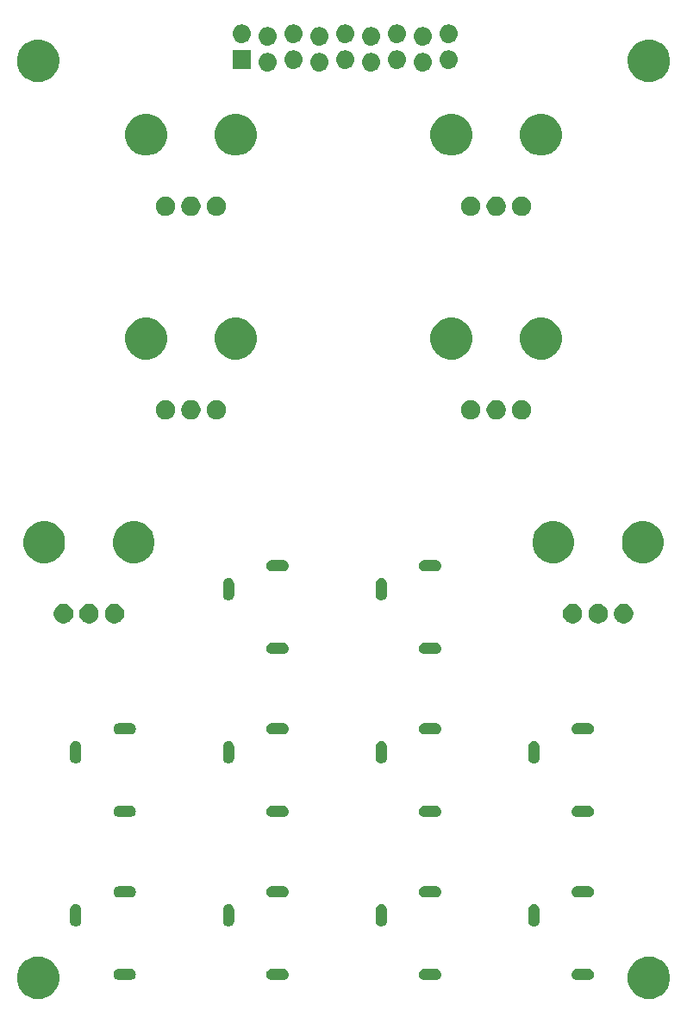
<source format=gts>
G04 #@! TF.GenerationSoftware,KiCad,Pcbnew,(5.1.0)-1*
G04 #@! TF.CreationDate,2019-05-25T13:26:40-04:00*
G04 #@! TF.ProjectId,VCO_2_RevB_Interface,56434f5f-325f-4526-9576-425f496e7465,rev?*
G04 #@! TF.SameCoordinates,Original*
G04 #@! TF.FileFunction,Soldermask,Top*
G04 #@! TF.FilePolarity,Negative*
%FSLAX46Y46*%
G04 Gerber Fmt 4.6, Leading zero omitted, Abs format (unit mm)*
G04 Created by KiCad (PCBNEW (5.1.0)-1) date 2019-05-25 13:26:40*
%MOMM*%
%LPD*%
G04 APERTURE LIST*
%ADD10C,0.100000*%
G04 APERTURE END LIST*
D10*
G36*
X110406373Y-122957024D02*
G01*
X110607589Y-122997048D01*
X110986671Y-123154069D01*
X111327835Y-123382028D01*
X111617972Y-123672165D01*
X111845931Y-124013329D01*
X112002952Y-124392411D01*
X112083000Y-124794842D01*
X112083000Y-125205158D01*
X112002952Y-125607589D01*
X111845931Y-125986671D01*
X111617972Y-126327835D01*
X111327835Y-126617972D01*
X110986671Y-126845931D01*
X110607589Y-127002952D01*
X110406373Y-127042976D01*
X110205159Y-127083000D01*
X109794841Y-127083000D01*
X109593627Y-127042976D01*
X109392411Y-127002952D01*
X109013329Y-126845931D01*
X108672165Y-126617972D01*
X108382028Y-126327835D01*
X108154069Y-125986671D01*
X107997048Y-125607589D01*
X107917000Y-125205158D01*
X107917000Y-124794842D01*
X107997048Y-124392411D01*
X108154069Y-124013329D01*
X108382028Y-123672165D01*
X108672165Y-123382028D01*
X109013329Y-123154069D01*
X109392411Y-122997048D01*
X109593627Y-122957024D01*
X109794841Y-122917000D01*
X110205159Y-122917000D01*
X110406373Y-122957024D01*
X110406373Y-122957024D01*
G37*
G36*
X50406373Y-122957024D02*
G01*
X50607589Y-122997048D01*
X50986671Y-123154069D01*
X51327835Y-123382028D01*
X51617972Y-123672165D01*
X51845931Y-124013329D01*
X52002952Y-124392411D01*
X52083000Y-124794842D01*
X52083000Y-125205158D01*
X52002952Y-125607589D01*
X51845931Y-125986671D01*
X51617972Y-126327835D01*
X51327835Y-126617972D01*
X50986671Y-126845931D01*
X50607589Y-127002952D01*
X50406373Y-127042976D01*
X50205159Y-127083000D01*
X49794841Y-127083000D01*
X49593627Y-127042976D01*
X49392411Y-127002952D01*
X49013329Y-126845931D01*
X48672165Y-126617972D01*
X48382028Y-126327835D01*
X48154069Y-125986671D01*
X47997048Y-125607589D01*
X47917000Y-125205158D01*
X47917000Y-124794842D01*
X47997048Y-124392411D01*
X48154069Y-124013329D01*
X48382028Y-123672165D01*
X48672165Y-123382028D01*
X49013329Y-123154069D01*
X49392411Y-122997048D01*
X49593627Y-122957024D01*
X49794841Y-122917000D01*
X50205159Y-122917000D01*
X50406373Y-122957024D01*
X50406373Y-122957024D01*
G37*
G36*
X59158015Y-124106973D02*
G01*
X59261879Y-124138479D01*
X59289055Y-124153005D01*
X59357600Y-124189643D01*
X59441501Y-124258499D01*
X59510357Y-124342400D01*
X59537088Y-124392411D01*
X59561521Y-124438121D01*
X59593027Y-124541985D01*
X59603666Y-124650000D01*
X59593027Y-124758015D01*
X59561521Y-124861879D01*
X59561519Y-124861882D01*
X59510357Y-124957600D01*
X59441501Y-125041501D01*
X59357600Y-125110357D01*
X59289055Y-125146995D01*
X59261879Y-125161521D01*
X59158015Y-125193027D01*
X59077067Y-125201000D01*
X57922933Y-125201000D01*
X57841985Y-125193027D01*
X57738121Y-125161521D01*
X57710945Y-125146995D01*
X57642400Y-125110357D01*
X57558499Y-125041501D01*
X57489643Y-124957600D01*
X57438481Y-124861882D01*
X57438479Y-124861879D01*
X57406973Y-124758015D01*
X57396334Y-124650000D01*
X57406973Y-124541985D01*
X57438479Y-124438121D01*
X57462912Y-124392411D01*
X57489643Y-124342400D01*
X57558499Y-124258499D01*
X57642400Y-124189643D01*
X57710945Y-124153005D01*
X57738121Y-124138479D01*
X57841985Y-124106973D01*
X57922933Y-124099000D01*
X59077067Y-124099000D01*
X59158015Y-124106973D01*
X59158015Y-124106973D01*
G37*
G36*
X89158015Y-124106973D02*
G01*
X89261879Y-124138479D01*
X89289055Y-124153005D01*
X89357600Y-124189643D01*
X89441501Y-124258499D01*
X89510357Y-124342400D01*
X89537088Y-124392411D01*
X89561521Y-124438121D01*
X89593027Y-124541985D01*
X89603666Y-124650000D01*
X89593027Y-124758015D01*
X89561521Y-124861879D01*
X89561519Y-124861882D01*
X89510357Y-124957600D01*
X89441501Y-125041501D01*
X89357600Y-125110357D01*
X89289055Y-125146995D01*
X89261879Y-125161521D01*
X89158015Y-125193027D01*
X89077067Y-125201000D01*
X87922933Y-125201000D01*
X87841985Y-125193027D01*
X87738121Y-125161521D01*
X87710945Y-125146995D01*
X87642400Y-125110357D01*
X87558499Y-125041501D01*
X87489643Y-124957600D01*
X87438481Y-124861882D01*
X87438479Y-124861879D01*
X87406973Y-124758015D01*
X87396334Y-124650000D01*
X87406973Y-124541985D01*
X87438479Y-124438121D01*
X87462912Y-124392411D01*
X87489643Y-124342400D01*
X87558499Y-124258499D01*
X87642400Y-124189643D01*
X87710945Y-124153005D01*
X87738121Y-124138479D01*
X87841985Y-124106973D01*
X87922933Y-124099000D01*
X89077067Y-124099000D01*
X89158015Y-124106973D01*
X89158015Y-124106973D01*
G37*
G36*
X74158015Y-124106973D02*
G01*
X74261879Y-124138479D01*
X74289055Y-124153005D01*
X74357600Y-124189643D01*
X74441501Y-124258499D01*
X74510357Y-124342400D01*
X74537088Y-124392411D01*
X74561521Y-124438121D01*
X74593027Y-124541985D01*
X74603666Y-124650000D01*
X74593027Y-124758015D01*
X74561521Y-124861879D01*
X74561519Y-124861882D01*
X74510357Y-124957600D01*
X74441501Y-125041501D01*
X74357600Y-125110357D01*
X74289055Y-125146995D01*
X74261879Y-125161521D01*
X74158015Y-125193027D01*
X74077067Y-125201000D01*
X72922933Y-125201000D01*
X72841985Y-125193027D01*
X72738121Y-125161521D01*
X72710945Y-125146995D01*
X72642400Y-125110357D01*
X72558499Y-125041501D01*
X72489643Y-124957600D01*
X72438481Y-124861882D01*
X72438479Y-124861879D01*
X72406973Y-124758015D01*
X72396334Y-124650000D01*
X72406973Y-124541985D01*
X72438479Y-124438121D01*
X72462912Y-124392411D01*
X72489643Y-124342400D01*
X72558499Y-124258499D01*
X72642400Y-124189643D01*
X72710945Y-124153005D01*
X72738121Y-124138479D01*
X72841985Y-124106973D01*
X72922933Y-124099000D01*
X74077067Y-124099000D01*
X74158015Y-124106973D01*
X74158015Y-124106973D01*
G37*
G36*
X104158015Y-124106973D02*
G01*
X104261879Y-124138479D01*
X104289055Y-124153005D01*
X104357600Y-124189643D01*
X104441501Y-124258499D01*
X104510357Y-124342400D01*
X104537088Y-124392411D01*
X104561521Y-124438121D01*
X104593027Y-124541985D01*
X104603666Y-124650000D01*
X104593027Y-124758015D01*
X104561521Y-124861879D01*
X104561519Y-124861882D01*
X104510357Y-124957600D01*
X104441501Y-125041501D01*
X104357600Y-125110357D01*
X104289055Y-125146995D01*
X104261879Y-125161521D01*
X104158015Y-125193027D01*
X104077067Y-125201000D01*
X102922933Y-125201000D01*
X102841985Y-125193027D01*
X102738121Y-125161521D01*
X102710945Y-125146995D01*
X102642400Y-125110357D01*
X102558499Y-125041501D01*
X102489643Y-124957600D01*
X102438481Y-124861882D01*
X102438479Y-124861879D01*
X102406973Y-124758015D01*
X102396334Y-124650000D01*
X102406973Y-124541985D01*
X102438479Y-124438121D01*
X102462912Y-124392411D01*
X102489643Y-124342400D01*
X102558499Y-124258499D01*
X102642400Y-124189643D01*
X102710945Y-124153005D01*
X102738121Y-124138479D01*
X102841985Y-124106973D01*
X102922933Y-124099000D01*
X104077067Y-124099000D01*
X104158015Y-124106973D01*
X104158015Y-124106973D01*
G37*
G36*
X53808015Y-117756973D02*
G01*
X53911879Y-117788479D01*
X53939055Y-117803005D01*
X54007600Y-117839643D01*
X54091501Y-117908499D01*
X54160357Y-117992400D01*
X54196995Y-118060945D01*
X54211521Y-118088121D01*
X54243027Y-118191985D01*
X54251000Y-118272933D01*
X54251000Y-119427067D01*
X54243027Y-119508015D01*
X54211521Y-119611879D01*
X54160356Y-119707600D01*
X54091501Y-119791501D01*
X54022645Y-119848009D01*
X54007599Y-119860357D01*
X53955907Y-119887987D01*
X53911878Y-119911521D01*
X53808014Y-119943027D01*
X53700000Y-119953666D01*
X53591985Y-119943027D01*
X53488121Y-119911521D01*
X53444093Y-119887987D01*
X53392401Y-119860357D01*
X53379643Y-119849887D01*
X53308499Y-119791501D01*
X53239644Y-119707600D01*
X53188479Y-119611878D01*
X53156973Y-119508014D01*
X53149000Y-119427066D01*
X53149001Y-118272933D01*
X53156974Y-118191985D01*
X53188480Y-118088121D01*
X53203006Y-118060945D01*
X53239644Y-117992400D01*
X53308500Y-117908499D01*
X53392401Y-117839643D01*
X53460946Y-117803005D01*
X53488122Y-117788479D01*
X53591986Y-117756973D01*
X53700000Y-117746334D01*
X53808015Y-117756973D01*
X53808015Y-117756973D01*
G37*
G36*
X98808015Y-117756973D02*
G01*
X98911879Y-117788479D01*
X98939055Y-117803005D01*
X99007600Y-117839643D01*
X99091501Y-117908499D01*
X99160357Y-117992400D01*
X99196995Y-118060945D01*
X99211521Y-118088121D01*
X99243027Y-118191985D01*
X99251000Y-118272933D01*
X99251000Y-119427067D01*
X99243027Y-119508015D01*
X99211521Y-119611879D01*
X99160356Y-119707600D01*
X99091501Y-119791501D01*
X99022645Y-119848009D01*
X99007599Y-119860357D01*
X98955907Y-119887987D01*
X98911878Y-119911521D01*
X98808014Y-119943027D01*
X98700000Y-119953666D01*
X98591985Y-119943027D01*
X98488121Y-119911521D01*
X98444093Y-119887987D01*
X98392401Y-119860357D01*
X98379643Y-119849887D01*
X98308499Y-119791501D01*
X98239644Y-119707600D01*
X98188479Y-119611878D01*
X98156973Y-119508014D01*
X98149000Y-119427066D01*
X98149001Y-118272933D01*
X98156974Y-118191985D01*
X98188480Y-118088121D01*
X98203006Y-118060945D01*
X98239644Y-117992400D01*
X98308500Y-117908499D01*
X98392401Y-117839643D01*
X98460946Y-117803005D01*
X98488122Y-117788479D01*
X98591986Y-117756973D01*
X98700000Y-117746334D01*
X98808015Y-117756973D01*
X98808015Y-117756973D01*
G37*
G36*
X68808015Y-117756973D02*
G01*
X68911879Y-117788479D01*
X68939055Y-117803005D01*
X69007600Y-117839643D01*
X69091501Y-117908499D01*
X69160357Y-117992400D01*
X69196995Y-118060945D01*
X69211521Y-118088121D01*
X69243027Y-118191985D01*
X69251000Y-118272933D01*
X69251000Y-119427067D01*
X69243027Y-119508015D01*
X69211521Y-119611879D01*
X69160356Y-119707600D01*
X69091501Y-119791501D01*
X69022645Y-119848009D01*
X69007599Y-119860357D01*
X68955907Y-119887987D01*
X68911878Y-119911521D01*
X68808014Y-119943027D01*
X68700000Y-119953666D01*
X68591985Y-119943027D01*
X68488121Y-119911521D01*
X68444093Y-119887987D01*
X68392401Y-119860357D01*
X68379643Y-119849887D01*
X68308499Y-119791501D01*
X68239644Y-119707600D01*
X68188479Y-119611878D01*
X68156973Y-119508014D01*
X68149000Y-119427066D01*
X68149001Y-118272933D01*
X68156974Y-118191985D01*
X68188480Y-118088121D01*
X68203006Y-118060945D01*
X68239644Y-117992400D01*
X68308500Y-117908499D01*
X68392401Y-117839643D01*
X68460946Y-117803005D01*
X68488122Y-117788479D01*
X68591986Y-117756973D01*
X68700000Y-117746334D01*
X68808015Y-117756973D01*
X68808015Y-117756973D01*
G37*
G36*
X83808015Y-117756973D02*
G01*
X83911879Y-117788479D01*
X83939055Y-117803005D01*
X84007600Y-117839643D01*
X84091501Y-117908499D01*
X84160357Y-117992400D01*
X84196995Y-118060945D01*
X84211521Y-118088121D01*
X84243027Y-118191985D01*
X84251000Y-118272933D01*
X84251000Y-119427067D01*
X84243027Y-119508015D01*
X84211521Y-119611879D01*
X84160356Y-119707600D01*
X84091501Y-119791501D01*
X84022645Y-119848009D01*
X84007599Y-119860357D01*
X83955907Y-119887987D01*
X83911878Y-119911521D01*
X83808014Y-119943027D01*
X83700000Y-119953666D01*
X83591985Y-119943027D01*
X83488121Y-119911521D01*
X83444093Y-119887987D01*
X83392401Y-119860357D01*
X83379643Y-119849887D01*
X83308499Y-119791501D01*
X83239644Y-119707600D01*
X83188479Y-119611878D01*
X83156973Y-119508014D01*
X83149000Y-119427066D01*
X83149001Y-118272933D01*
X83156974Y-118191985D01*
X83188480Y-118088121D01*
X83203006Y-118060945D01*
X83239644Y-117992400D01*
X83308500Y-117908499D01*
X83392401Y-117839643D01*
X83460946Y-117803005D01*
X83488122Y-117788479D01*
X83591986Y-117756973D01*
X83700000Y-117746334D01*
X83808015Y-117756973D01*
X83808015Y-117756973D01*
G37*
G36*
X59158015Y-116006973D02*
G01*
X59261879Y-116038479D01*
X59289055Y-116053005D01*
X59357600Y-116089643D01*
X59441501Y-116158499D01*
X59510357Y-116242400D01*
X59546995Y-116310945D01*
X59561521Y-116338121D01*
X59593027Y-116441985D01*
X59603666Y-116550000D01*
X59593027Y-116658015D01*
X59561521Y-116761879D01*
X59561519Y-116761882D01*
X59510357Y-116857600D01*
X59441501Y-116941501D01*
X59357600Y-117010357D01*
X59289055Y-117046995D01*
X59261879Y-117061521D01*
X59158015Y-117093027D01*
X59077067Y-117101000D01*
X57922933Y-117101000D01*
X57841985Y-117093027D01*
X57738121Y-117061521D01*
X57710945Y-117046995D01*
X57642400Y-117010357D01*
X57558499Y-116941501D01*
X57489643Y-116857600D01*
X57438481Y-116761882D01*
X57438479Y-116761879D01*
X57406973Y-116658015D01*
X57396334Y-116550000D01*
X57406973Y-116441985D01*
X57438479Y-116338121D01*
X57453005Y-116310945D01*
X57489643Y-116242400D01*
X57558499Y-116158499D01*
X57642400Y-116089643D01*
X57710945Y-116053005D01*
X57738121Y-116038479D01*
X57841985Y-116006973D01*
X57922933Y-115999000D01*
X59077067Y-115999000D01*
X59158015Y-116006973D01*
X59158015Y-116006973D01*
G37*
G36*
X89158015Y-116006973D02*
G01*
X89261879Y-116038479D01*
X89289055Y-116053005D01*
X89357600Y-116089643D01*
X89441501Y-116158499D01*
X89510357Y-116242400D01*
X89546995Y-116310945D01*
X89561521Y-116338121D01*
X89593027Y-116441985D01*
X89603666Y-116550000D01*
X89593027Y-116658015D01*
X89561521Y-116761879D01*
X89561519Y-116761882D01*
X89510357Y-116857600D01*
X89441501Y-116941501D01*
X89357600Y-117010357D01*
X89289055Y-117046995D01*
X89261879Y-117061521D01*
X89158015Y-117093027D01*
X89077067Y-117101000D01*
X87922933Y-117101000D01*
X87841985Y-117093027D01*
X87738121Y-117061521D01*
X87710945Y-117046995D01*
X87642400Y-117010357D01*
X87558499Y-116941501D01*
X87489643Y-116857600D01*
X87438481Y-116761882D01*
X87438479Y-116761879D01*
X87406973Y-116658015D01*
X87396334Y-116550000D01*
X87406973Y-116441985D01*
X87438479Y-116338121D01*
X87453005Y-116310945D01*
X87489643Y-116242400D01*
X87558499Y-116158499D01*
X87642400Y-116089643D01*
X87710945Y-116053005D01*
X87738121Y-116038479D01*
X87841985Y-116006973D01*
X87922933Y-115999000D01*
X89077067Y-115999000D01*
X89158015Y-116006973D01*
X89158015Y-116006973D01*
G37*
G36*
X74158015Y-116006973D02*
G01*
X74261879Y-116038479D01*
X74289055Y-116053005D01*
X74357600Y-116089643D01*
X74441501Y-116158499D01*
X74510357Y-116242400D01*
X74546995Y-116310945D01*
X74561521Y-116338121D01*
X74593027Y-116441985D01*
X74603666Y-116550000D01*
X74593027Y-116658015D01*
X74561521Y-116761879D01*
X74561519Y-116761882D01*
X74510357Y-116857600D01*
X74441501Y-116941501D01*
X74357600Y-117010357D01*
X74289055Y-117046995D01*
X74261879Y-117061521D01*
X74158015Y-117093027D01*
X74077067Y-117101000D01*
X72922933Y-117101000D01*
X72841985Y-117093027D01*
X72738121Y-117061521D01*
X72710945Y-117046995D01*
X72642400Y-117010357D01*
X72558499Y-116941501D01*
X72489643Y-116857600D01*
X72438481Y-116761882D01*
X72438479Y-116761879D01*
X72406973Y-116658015D01*
X72396334Y-116550000D01*
X72406973Y-116441985D01*
X72438479Y-116338121D01*
X72453005Y-116310945D01*
X72489643Y-116242400D01*
X72558499Y-116158499D01*
X72642400Y-116089643D01*
X72710945Y-116053005D01*
X72738121Y-116038479D01*
X72841985Y-116006973D01*
X72922933Y-115999000D01*
X74077067Y-115999000D01*
X74158015Y-116006973D01*
X74158015Y-116006973D01*
G37*
G36*
X104158015Y-116006973D02*
G01*
X104261879Y-116038479D01*
X104289055Y-116053005D01*
X104357600Y-116089643D01*
X104441501Y-116158499D01*
X104510357Y-116242400D01*
X104546995Y-116310945D01*
X104561521Y-116338121D01*
X104593027Y-116441985D01*
X104603666Y-116550000D01*
X104593027Y-116658015D01*
X104561521Y-116761879D01*
X104561519Y-116761882D01*
X104510357Y-116857600D01*
X104441501Y-116941501D01*
X104357600Y-117010357D01*
X104289055Y-117046995D01*
X104261879Y-117061521D01*
X104158015Y-117093027D01*
X104077067Y-117101000D01*
X102922933Y-117101000D01*
X102841985Y-117093027D01*
X102738121Y-117061521D01*
X102710945Y-117046995D01*
X102642400Y-117010357D01*
X102558499Y-116941501D01*
X102489643Y-116857600D01*
X102438481Y-116761882D01*
X102438479Y-116761879D01*
X102406973Y-116658015D01*
X102396334Y-116550000D01*
X102406973Y-116441985D01*
X102438479Y-116338121D01*
X102453005Y-116310945D01*
X102489643Y-116242400D01*
X102558499Y-116158499D01*
X102642400Y-116089643D01*
X102710945Y-116053005D01*
X102738121Y-116038479D01*
X102841985Y-116006973D01*
X102922933Y-115999000D01*
X104077067Y-115999000D01*
X104158015Y-116006973D01*
X104158015Y-116006973D01*
G37*
G36*
X89158015Y-108106973D02*
G01*
X89261879Y-108138479D01*
X89289055Y-108153005D01*
X89357600Y-108189643D01*
X89441501Y-108258499D01*
X89510357Y-108342400D01*
X89546995Y-108410945D01*
X89561521Y-108438121D01*
X89593027Y-108541985D01*
X89603666Y-108650000D01*
X89593027Y-108758015D01*
X89561521Y-108861879D01*
X89561519Y-108861882D01*
X89510357Y-108957600D01*
X89441501Y-109041501D01*
X89357600Y-109110357D01*
X89289055Y-109146995D01*
X89261879Y-109161521D01*
X89158015Y-109193027D01*
X89077067Y-109201000D01*
X87922933Y-109201000D01*
X87841985Y-109193027D01*
X87738121Y-109161521D01*
X87710945Y-109146995D01*
X87642400Y-109110357D01*
X87558499Y-109041501D01*
X87489643Y-108957600D01*
X87438481Y-108861882D01*
X87438479Y-108861879D01*
X87406973Y-108758015D01*
X87396334Y-108650000D01*
X87406973Y-108541985D01*
X87438479Y-108438121D01*
X87453005Y-108410945D01*
X87489643Y-108342400D01*
X87558499Y-108258499D01*
X87642400Y-108189643D01*
X87710945Y-108153005D01*
X87738121Y-108138479D01*
X87841985Y-108106973D01*
X87922933Y-108099000D01*
X89077067Y-108099000D01*
X89158015Y-108106973D01*
X89158015Y-108106973D01*
G37*
G36*
X104158015Y-108106973D02*
G01*
X104261879Y-108138479D01*
X104289055Y-108153005D01*
X104357600Y-108189643D01*
X104441501Y-108258499D01*
X104510357Y-108342400D01*
X104546995Y-108410945D01*
X104561521Y-108438121D01*
X104593027Y-108541985D01*
X104603666Y-108650000D01*
X104593027Y-108758015D01*
X104561521Y-108861879D01*
X104561519Y-108861882D01*
X104510357Y-108957600D01*
X104441501Y-109041501D01*
X104357600Y-109110357D01*
X104289055Y-109146995D01*
X104261879Y-109161521D01*
X104158015Y-109193027D01*
X104077067Y-109201000D01*
X102922933Y-109201000D01*
X102841985Y-109193027D01*
X102738121Y-109161521D01*
X102710945Y-109146995D01*
X102642400Y-109110357D01*
X102558499Y-109041501D01*
X102489643Y-108957600D01*
X102438481Y-108861882D01*
X102438479Y-108861879D01*
X102406973Y-108758015D01*
X102396334Y-108650000D01*
X102406973Y-108541985D01*
X102438479Y-108438121D01*
X102453005Y-108410945D01*
X102489643Y-108342400D01*
X102558499Y-108258499D01*
X102642400Y-108189643D01*
X102710945Y-108153005D01*
X102738121Y-108138479D01*
X102841985Y-108106973D01*
X102922933Y-108099000D01*
X104077067Y-108099000D01*
X104158015Y-108106973D01*
X104158015Y-108106973D01*
G37*
G36*
X59158015Y-108106973D02*
G01*
X59261879Y-108138479D01*
X59289055Y-108153005D01*
X59357600Y-108189643D01*
X59441501Y-108258499D01*
X59510357Y-108342400D01*
X59546995Y-108410945D01*
X59561521Y-108438121D01*
X59593027Y-108541985D01*
X59603666Y-108650000D01*
X59593027Y-108758015D01*
X59561521Y-108861879D01*
X59561519Y-108861882D01*
X59510357Y-108957600D01*
X59441501Y-109041501D01*
X59357600Y-109110357D01*
X59289055Y-109146995D01*
X59261879Y-109161521D01*
X59158015Y-109193027D01*
X59077067Y-109201000D01*
X57922933Y-109201000D01*
X57841985Y-109193027D01*
X57738121Y-109161521D01*
X57710945Y-109146995D01*
X57642400Y-109110357D01*
X57558499Y-109041501D01*
X57489643Y-108957600D01*
X57438481Y-108861882D01*
X57438479Y-108861879D01*
X57406973Y-108758015D01*
X57396334Y-108650000D01*
X57406973Y-108541985D01*
X57438479Y-108438121D01*
X57453005Y-108410945D01*
X57489643Y-108342400D01*
X57558499Y-108258499D01*
X57642400Y-108189643D01*
X57710945Y-108153005D01*
X57738121Y-108138479D01*
X57841985Y-108106973D01*
X57922933Y-108099000D01*
X59077067Y-108099000D01*
X59158015Y-108106973D01*
X59158015Y-108106973D01*
G37*
G36*
X74158015Y-108106973D02*
G01*
X74261879Y-108138479D01*
X74289055Y-108153005D01*
X74357600Y-108189643D01*
X74441501Y-108258499D01*
X74510357Y-108342400D01*
X74546995Y-108410945D01*
X74561521Y-108438121D01*
X74593027Y-108541985D01*
X74603666Y-108650000D01*
X74593027Y-108758015D01*
X74561521Y-108861879D01*
X74561519Y-108861882D01*
X74510357Y-108957600D01*
X74441501Y-109041501D01*
X74357600Y-109110357D01*
X74289055Y-109146995D01*
X74261879Y-109161521D01*
X74158015Y-109193027D01*
X74077067Y-109201000D01*
X72922933Y-109201000D01*
X72841985Y-109193027D01*
X72738121Y-109161521D01*
X72710945Y-109146995D01*
X72642400Y-109110357D01*
X72558499Y-109041501D01*
X72489643Y-108957600D01*
X72438481Y-108861882D01*
X72438479Y-108861879D01*
X72406973Y-108758015D01*
X72396334Y-108650000D01*
X72406973Y-108541985D01*
X72438479Y-108438121D01*
X72453005Y-108410945D01*
X72489643Y-108342400D01*
X72558499Y-108258499D01*
X72642400Y-108189643D01*
X72710945Y-108153005D01*
X72738121Y-108138479D01*
X72841985Y-108106973D01*
X72922933Y-108099000D01*
X74077067Y-108099000D01*
X74158015Y-108106973D01*
X74158015Y-108106973D01*
G37*
G36*
X83808015Y-101756973D02*
G01*
X83911879Y-101788479D01*
X83939055Y-101803005D01*
X84007600Y-101839643D01*
X84091501Y-101908499D01*
X84160357Y-101992400D01*
X84196995Y-102060945D01*
X84211521Y-102088121D01*
X84243027Y-102191985D01*
X84251000Y-102272933D01*
X84251000Y-103427067D01*
X84243027Y-103508015D01*
X84211521Y-103611879D01*
X84160356Y-103707600D01*
X84091501Y-103791501D01*
X84022645Y-103848009D01*
X84007599Y-103860357D01*
X83955907Y-103887987D01*
X83911878Y-103911521D01*
X83808014Y-103943027D01*
X83700000Y-103953666D01*
X83591985Y-103943027D01*
X83488121Y-103911521D01*
X83444093Y-103887987D01*
X83392401Y-103860357D01*
X83379643Y-103849887D01*
X83308499Y-103791501D01*
X83239644Y-103707600D01*
X83188479Y-103611878D01*
X83156973Y-103508014D01*
X83149000Y-103427066D01*
X83149001Y-102272933D01*
X83156974Y-102191985D01*
X83188480Y-102088121D01*
X83203006Y-102060945D01*
X83239644Y-101992400D01*
X83308500Y-101908499D01*
X83392401Y-101839643D01*
X83460946Y-101803005D01*
X83488122Y-101788479D01*
X83591986Y-101756973D01*
X83700000Y-101746334D01*
X83808015Y-101756973D01*
X83808015Y-101756973D01*
G37*
G36*
X98808015Y-101756973D02*
G01*
X98911879Y-101788479D01*
X98939055Y-101803005D01*
X99007600Y-101839643D01*
X99091501Y-101908499D01*
X99160357Y-101992400D01*
X99196995Y-102060945D01*
X99211521Y-102088121D01*
X99243027Y-102191985D01*
X99251000Y-102272933D01*
X99251000Y-103427067D01*
X99243027Y-103508015D01*
X99211521Y-103611879D01*
X99160356Y-103707600D01*
X99091501Y-103791501D01*
X99022645Y-103848009D01*
X99007599Y-103860357D01*
X98955907Y-103887987D01*
X98911878Y-103911521D01*
X98808014Y-103943027D01*
X98700000Y-103953666D01*
X98591985Y-103943027D01*
X98488121Y-103911521D01*
X98444093Y-103887987D01*
X98392401Y-103860357D01*
X98379643Y-103849887D01*
X98308499Y-103791501D01*
X98239644Y-103707600D01*
X98188479Y-103611878D01*
X98156973Y-103508014D01*
X98149000Y-103427066D01*
X98149001Y-102272933D01*
X98156974Y-102191985D01*
X98188480Y-102088121D01*
X98203006Y-102060945D01*
X98239644Y-101992400D01*
X98308500Y-101908499D01*
X98392401Y-101839643D01*
X98460946Y-101803005D01*
X98488122Y-101788479D01*
X98591986Y-101756973D01*
X98700000Y-101746334D01*
X98808015Y-101756973D01*
X98808015Y-101756973D01*
G37*
G36*
X53808015Y-101756973D02*
G01*
X53911879Y-101788479D01*
X53939055Y-101803005D01*
X54007600Y-101839643D01*
X54091501Y-101908499D01*
X54160357Y-101992400D01*
X54196995Y-102060945D01*
X54211521Y-102088121D01*
X54243027Y-102191985D01*
X54251000Y-102272933D01*
X54251000Y-103427067D01*
X54243027Y-103508015D01*
X54211521Y-103611879D01*
X54160356Y-103707600D01*
X54091501Y-103791501D01*
X54022645Y-103848009D01*
X54007599Y-103860357D01*
X53955907Y-103887987D01*
X53911878Y-103911521D01*
X53808014Y-103943027D01*
X53700000Y-103953666D01*
X53591985Y-103943027D01*
X53488121Y-103911521D01*
X53444093Y-103887987D01*
X53392401Y-103860357D01*
X53379643Y-103849887D01*
X53308499Y-103791501D01*
X53239644Y-103707600D01*
X53188479Y-103611878D01*
X53156973Y-103508014D01*
X53149000Y-103427066D01*
X53149001Y-102272933D01*
X53156974Y-102191985D01*
X53188480Y-102088121D01*
X53203006Y-102060945D01*
X53239644Y-101992400D01*
X53308500Y-101908499D01*
X53392401Y-101839643D01*
X53460946Y-101803005D01*
X53488122Y-101788479D01*
X53591986Y-101756973D01*
X53700000Y-101746334D01*
X53808015Y-101756973D01*
X53808015Y-101756973D01*
G37*
G36*
X68808015Y-101756973D02*
G01*
X68911879Y-101788479D01*
X68939055Y-101803005D01*
X69007600Y-101839643D01*
X69091501Y-101908499D01*
X69160357Y-101992400D01*
X69196995Y-102060945D01*
X69211521Y-102088121D01*
X69243027Y-102191985D01*
X69251000Y-102272933D01*
X69251000Y-103427067D01*
X69243027Y-103508015D01*
X69211521Y-103611879D01*
X69160356Y-103707600D01*
X69091501Y-103791501D01*
X69022645Y-103848009D01*
X69007599Y-103860357D01*
X68955907Y-103887987D01*
X68911878Y-103911521D01*
X68808014Y-103943027D01*
X68700000Y-103953666D01*
X68591985Y-103943027D01*
X68488121Y-103911521D01*
X68444093Y-103887987D01*
X68392401Y-103860357D01*
X68379643Y-103849887D01*
X68308499Y-103791501D01*
X68239644Y-103707600D01*
X68188479Y-103611878D01*
X68156973Y-103508014D01*
X68149000Y-103427066D01*
X68149001Y-102272933D01*
X68156974Y-102191985D01*
X68188480Y-102088121D01*
X68203006Y-102060945D01*
X68239644Y-101992400D01*
X68308500Y-101908499D01*
X68392401Y-101839643D01*
X68460946Y-101803005D01*
X68488122Y-101788479D01*
X68591986Y-101756973D01*
X68700000Y-101746334D01*
X68808015Y-101756973D01*
X68808015Y-101756973D01*
G37*
G36*
X104158015Y-100006973D02*
G01*
X104261879Y-100038479D01*
X104289055Y-100053005D01*
X104357600Y-100089643D01*
X104441501Y-100158499D01*
X104510357Y-100242400D01*
X104546995Y-100310945D01*
X104561521Y-100338121D01*
X104593027Y-100441985D01*
X104603666Y-100550000D01*
X104593027Y-100658015D01*
X104561521Y-100761879D01*
X104561519Y-100761882D01*
X104510357Y-100857600D01*
X104441501Y-100941501D01*
X104357600Y-101010357D01*
X104289055Y-101046995D01*
X104261879Y-101061521D01*
X104158015Y-101093027D01*
X104077067Y-101101000D01*
X102922933Y-101101000D01*
X102841985Y-101093027D01*
X102738121Y-101061521D01*
X102710945Y-101046995D01*
X102642400Y-101010357D01*
X102558499Y-100941501D01*
X102489643Y-100857600D01*
X102438481Y-100761882D01*
X102438479Y-100761879D01*
X102406973Y-100658015D01*
X102396334Y-100550000D01*
X102406973Y-100441985D01*
X102438479Y-100338121D01*
X102453005Y-100310945D01*
X102489643Y-100242400D01*
X102558499Y-100158499D01*
X102642400Y-100089643D01*
X102710945Y-100053005D01*
X102738121Y-100038479D01*
X102841985Y-100006973D01*
X102922933Y-99999000D01*
X104077067Y-99999000D01*
X104158015Y-100006973D01*
X104158015Y-100006973D01*
G37*
G36*
X74158015Y-100006973D02*
G01*
X74261879Y-100038479D01*
X74289055Y-100053005D01*
X74357600Y-100089643D01*
X74441501Y-100158499D01*
X74510357Y-100242400D01*
X74546995Y-100310945D01*
X74561521Y-100338121D01*
X74593027Y-100441985D01*
X74603666Y-100550000D01*
X74593027Y-100658015D01*
X74561521Y-100761879D01*
X74561519Y-100761882D01*
X74510357Y-100857600D01*
X74441501Y-100941501D01*
X74357600Y-101010357D01*
X74289055Y-101046995D01*
X74261879Y-101061521D01*
X74158015Y-101093027D01*
X74077067Y-101101000D01*
X72922933Y-101101000D01*
X72841985Y-101093027D01*
X72738121Y-101061521D01*
X72710945Y-101046995D01*
X72642400Y-101010357D01*
X72558499Y-100941501D01*
X72489643Y-100857600D01*
X72438481Y-100761882D01*
X72438479Y-100761879D01*
X72406973Y-100658015D01*
X72396334Y-100550000D01*
X72406973Y-100441985D01*
X72438479Y-100338121D01*
X72453005Y-100310945D01*
X72489643Y-100242400D01*
X72558499Y-100158499D01*
X72642400Y-100089643D01*
X72710945Y-100053005D01*
X72738121Y-100038479D01*
X72841985Y-100006973D01*
X72922933Y-99999000D01*
X74077067Y-99999000D01*
X74158015Y-100006973D01*
X74158015Y-100006973D01*
G37*
G36*
X59158015Y-100006973D02*
G01*
X59261879Y-100038479D01*
X59289055Y-100053005D01*
X59357600Y-100089643D01*
X59441501Y-100158499D01*
X59510357Y-100242400D01*
X59546995Y-100310945D01*
X59561521Y-100338121D01*
X59593027Y-100441985D01*
X59603666Y-100550000D01*
X59593027Y-100658015D01*
X59561521Y-100761879D01*
X59561519Y-100761882D01*
X59510357Y-100857600D01*
X59441501Y-100941501D01*
X59357600Y-101010357D01*
X59289055Y-101046995D01*
X59261879Y-101061521D01*
X59158015Y-101093027D01*
X59077067Y-101101000D01*
X57922933Y-101101000D01*
X57841985Y-101093027D01*
X57738121Y-101061521D01*
X57710945Y-101046995D01*
X57642400Y-101010357D01*
X57558499Y-100941501D01*
X57489643Y-100857600D01*
X57438481Y-100761882D01*
X57438479Y-100761879D01*
X57406973Y-100658015D01*
X57396334Y-100550000D01*
X57406973Y-100441985D01*
X57438479Y-100338121D01*
X57453005Y-100310945D01*
X57489643Y-100242400D01*
X57558499Y-100158499D01*
X57642400Y-100089643D01*
X57710945Y-100053005D01*
X57738121Y-100038479D01*
X57841985Y-100006973D01*
X57922933Y-99999000D01*
X59077067Y-99999000D01*
X59158015Y-100006973D01*
X59158015Y-100006973D01*
G37*
G36*
X89158015Y-100006973D02*
G01*
X89261879Y-100038479D01*
X89289055Y-100053005D01*
X89357600Y-100089643D01*
X89441501Y-100158499D01*
X89510357Y-100242400D01*
X89546995Y-100310945D01*
X89561521Y-100338121D01*
X89593027Y-100441985D01*
X89603666Y-100550000D01*
X89593027Y-100658015D01*
X89561521Y-100761879D01*
X89561519Y-100761882D01*
X89510357Y-100857600D01*
X89441501Y-100941501D01*
X89357600Y-101010357D01*
X89289055Y-101046995D01*
X89261879Y-101061521D01*
X89158015Y-101093027D01*
X89077067Y-101101000D01*
X87922933Y-101101000D01*
X87841985Y-101093027D01*
X87738121Y-101061521D01*
X87710945Y-101046995D01*
X87642400Y-101010357D01*
X87558499Y-100941501D01*
X87489643Y-100857600D01*
X87438481Y-100761882D01*
X87438479Y-100761879D01*
X87406973Y-100658015D01*
X87396334Y-100550000D01*
X87406973Y-100441985D01*
X87438479Y-100338121D01*
X87453005Y-100310945D01*
X87489643Y-100242400D01*
X87558499Y-100158499D01*
X87642400Y-100089643D01*
X87710945Y-100053005D01*
X87738121Y-100038479D01*
X87841985Y-100006973D01*
X87922933Y-99999000D01*
X89077067Y-99999000D01*
X89158015Y-100006973D01*
X89158015Y-100006973D01*
G37*
G36*
X74158015Y-92106973D02*
G01*
X74261879Y-92138479D01*
X74289055Y-92153005D01*
X74357600Y-92189643D01*
X74441501Y-92258499D01*
X74510357Y-92342400D01*
X74546995Y-92410945D01*
X74561521Y-92438121D01*
X74593027Y-92541985D01*
X74603666Y-92650000D01*
X74593027Y-92758015D01*
X74561521Y-92861879D01*
X74561519Y-92861882D01*
X74510357Y-92957600D01*
X74441501Y-93041501D01*
X74357600Y-93110357D01*
X74289055Y-93146995D01*
X74261879Y-93161521D01*
X74158015Y-93193027D01*
X74077067Y-93201000D01*
X72922933Y-93201000D01*
X72841985Y-93193027D01*
X72738121Y-93161521D01*
X72710945Y-93146995D01*
X72642400Y-93110357D01*
X72558499Y-93041501D01*
X72489643Y-92957600D01*
X72438481Y-92861882D01*
X72438479Y-92861879D01*
X72406973Y-92758015D01*
X72396334Y-92650000D01*
X72406973Y-92541985D01*
X72438479Y-92438121D01*
X72453005Y-92410945D01*
X72489643Y-92342400D01*
X72558499Y-92258499D01*
X72642400Y-92189643D01*
X72710945Y-92153005D01*
X72738121Y-92138479D01*
X72841985Y-92106973D01*
X72922933Y-92099000D01*
X74077067Y-92099000D01*
X74158015Y-92106973D01*
X74158015Y-92106973D01*
G37*
G36*
X89158015Y-92106973D02*
G01*
X89261879Y-92138479D01*
X89289055Y-92153005D01*
X89357600Y-92189643D01*
X89441501Y-92258499D01*
X89510357Y-92342400D01*
X89546995Y-92410945D01*
X89561521Y-92438121D01*
X89593027Y-92541985D01*
X89603666Y-92650000D01*
X89593027Y-92758015D01*
X89561521Y-92861879D01*
X89561519Y-92861882D01*
X89510357Y-92957600D01*
X89441501Y-93041501D01*
X89357600Y-93110357D01*
X89289055Y-93146995D01*
X89261879Y-93161521D01*
X89158015Y-93193027D01*
X89077067Y-93201000D01*
X87922933Y-93201000D01*
X87841985Y-93193027D01*
X87738121Y-93161521D01*
X87710945Y-93146995D01*
X87642400Y-93110357D01*
X87558499Y-93041501D01*
X87489643Y-92957600D01*
X87438481Y-92861882D01*
X87438479Y-92861879D01*
X87406973Y-92758015D01*
X87396334Y-92650000D01*
X87406973Y-92541985D01*
X87438479Y-92438121D01*
X87453005Y-92410945D01*
X87489643Y-92342400D01*
X87558499Y-92258499D01*
X87642400Y-92189643D01*
X87710945Y-92153005D01*
X87738121Y-92138479D01*
X87841985Y-92106973D01*
X87922933Y-92099000D01*
X89077067Y-92099000D01*
X89158015Y-92106973D01*
X89158015Y-92106973D01*
G37*
G36*
X105277395Y-88335546D02*
G01*
X105450466Y-88407234D01*
X105450467Y-88407235D01*
X105606227Y-88511310D01*
X105738690Y-88643773D01*
X105738691Y-88643775D01*
X105842766Y-88799534D01*
X105914454Y-88972605D01*
X105951000Y-89156333D01*
X105951000Y-89343667D01*
X105914454Y-89527395D01*
X105842766Y-89700466D01*
X105842765Y-89700467D01*
X105738690Y-89856227D01*
X105606227Y-89988690D01*
X105527818Y-90041081D01*
X105450466Y-90092766D01*
X105277395Y-90164454D01*
X105093667Y-90201000D01*
X104906333Y-90201000D01*
X104722605Y-90164454D01*
X104549534Y-90092766D01*
X104472182Y-90041081D01*
X104393773Y-89988690D01*
X104261310Y-89856227D01*
X104157235Y-89700467D01*
X104157234Y-89700466D01*
X104085546Y-89527395D01*
X104049000Y-89343667D01*
X104049000Y-89156333D01*
X104085546Y-88972605D01*
X104157234Y-88799534D01*
X104261309Y-88643775D01*
X104261310Y-88643773D01*
X104393773Y-88511310D01*
X104549533Y-88407235D01*
X104549534Y-88407234D01*
X104722605Y-88335546D01*
X104906333Y-88299000D01*
X105093667Y-88299000D01*
X105277395Y-88335546D01*
X105277395Y-88335546D01*
G37*
G36*
X55277395Y-88335546D02*
G01*
X55450466Y-88407234D01*
X55450467Y-88407235D01*
X55606227Y-88511310D01*
X55738690Y-88643773D01*
X55738691Y-88643775D01*
X55842766Y-88799534D01*
X55914454Y-88972605D01*
X55951000Y-89156333D01*
X55951000Y-89343667D01*
X55914454Y-89527395D01*
X55842766Y-89700466D01*
X55842765Y-89700467D01*
X55738690Y-89856227D01*
X55606227Y-89988690D01*
X55527818Y-90041081D01*
X55450466Y-90092766D01*
X55277395Y-90164454D01*
X55093667Y-90201000D01*
X54906333Y-90201000D01*
X54722605Y-90164454D01*
X54549534Y-90092766D01*
X54472182Y-90041081D01*
X54393773Y-89988690D01*
X54261310Y-89856227D01*
X54157235Y-89700467D01*
X54157234Y-89700466D01*
X54085546Y-89527395D01*
X54049000Y-89343667D01*
X54049000Y-89156333D01*
X54085546Y-88972605D01*
X54157234Y-88799534D01*
X54261309Y-88643775D01*
X54261310Y-88643773D01*
X54393773Y-88511310D01*
X54549533Y-88407235D01*
X54549534Y-88407234D01*
X54722605Y-88335546D01*
X54906333Y-88299000D01*
X55093667Y-88299000D01*
X55277395Y-88335546D01*
X55277395Y-88335546D01*
G37*
G36*
X107777395Y-88335546D02*
G01*
X107950466Y-88407234D01*
X107950467Y-88407235D01*
X108106227Y-88511310D01*
X108238690Y-88643773D01*
X108238691Y-88643775D01*
X108342766Y-88799534D01*
X108414454Y-88972605D01*
X108451000Y-89156333D01*
X108451000Y-89343667D01*
X108414454Y-89527395D01*
X108342766Y-89700466D01*
X108342765Y-89700467D01*
X108238690Y-89856227D01*
X108106227Y-89988690D01*
X108027818Y-90041081D01*
X107950466Y-90092766D01*
X107777395Y-90164454D01*
X107593667Y-90201000D01*
X107406333Y-90201000D01*
X107222605Y-90164454D01*
X107049534Y-90092766D01*
X106972182Y-90041081D01*
X106893773Y-89988690D01*
X106761310Y-89856227D01*
X106657235Y-89700467D01*
X106657234Y-89700466D01*
X106585546Y-89527395D01*
X106549000Y-89343667D01*
X106549000Y-89156333D01*
X106585546Y-88972605D01*
X106657234Y-88799534D01*
X106761309Y-88643775D01*
X106761310Y-88643773D01*
X106893773Y-88511310D01*
X107049533Y-88407235D01*
X107049534Y-88407234D01*
X107222605Y-88335546D01*
X107406333Y-88299000D01*
X107593667Y-88299000D01*
X107777395Y-88335546D01*
X107777395Y-88335546D01*
G37*
G36*
X52777395Y-88335546D02*
G01*
X52950466Y-88407234D01*
X52950467Y-88407235D01*
X53106227Y-88511310D01*
X53238690Y-88643773D01*
X53238691Y-88643775D01*
X53342766Y-88799534D01*
X53414454Y-88972605D01*
X53451000Y-89156333D01*
X53451000Y-89343667D01*
X53414454Y-89527395D01*
X53342766Y-89700466D01*
X53342765Y-89700467D01*
X53238690Y-89856227D01*
X53106227Y-89988690D01*
X53027818Y-90041081D01*
X52950466Y-90092766D01*
X52777395Y-90164454D01*
X52593667Y-90201000D01*
X52406333Y-90201000D01*
X52222605Y-90164454D01*
X52049534Y-90092766D01*
X51972182Y-90041081D01*
X51893773Y-89988690D01*
X51761310Y-89856227D01*
X51657235Y-89700467D01*
X51657234Y-89700466D01*
X51585546Y-89527395D01*
X51549000Y-89343667D01*
X51549000Y-89156333D01*
X51585546Y-88972605D01*
X51657234Y-88799534D01*
X51761309Y-88643775D01*
X51761310Y-88643773D01*
X51893773Y-88511310D01*
X52049533Y-88407235D01*
X52049534Y-88407234D01*
X52222605Y-88335546D01*
X52406333Y-88299000D01*
X52593667Y-88299000D01*
X52777395Y-88335546D01*
X52777395Y-88335546D01*
G37*
G36*
X57777395Y-88335546D02*
G01*
X57950466Y-88407234D01*
X57950467Y-88407235D01*
X58106227Y-88511310D01*
X58238690Y-88643773D01*
X58238691Y-88643775D01*
X58342766Y-88799534D01*
X58414454Y-88972605D01*
X58451000Y-89156333D01*
X58451000Y-89343667D01*
X58414454Y-89527395D01*
X58342766Y-89700466D01*
X58342765Y-89700467D01*
X58238690Y-89856227D01*
X58106227Y-89988690D01*
X58027818Y-90041081D01*
X57950466Y-90092766D01*
X57777395Y-90164454D01*
X57593667Y-90201000D01*
X57406333Y-90201000D01*
X57222605Y-90164454D01*
X57049534Y-90092766D01*
X56972182Y-90041081D01*
X56893773Y-89988690D01*
X56761310Y-89856227D01*
X56657235Y-89700467D01*
X56657234Y-89700466D01*
X56585546Y-89527395D01*
X56549000Y-89343667D01*
X56549000Y-89156333D01*
X56585546Y-88972605D01*
X56657234Y-88799534D01*
X56761309Y-88643775D01*
X56761310Y-88643773D01*
X56893773Y-88511310D01*
X57049533Y-88407235D01*
X57049534Y-88407234D01*
X57222605Y-88335546D01*
X57406333Y-88299000D01*
X57593667Y-88299000D01*
X57777395Y-88335546D01*
X57777395Y-88335546D01*
G37*
G36*
X102777395Y-88335546D02*
G01*
X102950466Y-88407234D01*
X102950467Y-88407235D01*
X103106227Y-88511310D01*
X103238690Y-88643773D01*
X103238691Y-88643775D01*
X103342766Y-88799534D01*
X103414454Y-88972605D01*
X103451000Y-89156333D01*
X103451000Y-89343667D01*
X103414454Y-89527395D01*
X103342766Y-89700466D01*
X103342765Y-89700467D01*
X103238690Y-89856227D01*
X103106227Y-89988690D01*
X103027818Y-90041081D01*
X102950466Y-90092766D01*
X102777395Y-90164454D01*
X102593667Y-90201000D01*
X102406333Y-90201000D01*
X102222605Y-90164454D01*
X102049534Y-90092766D01*
X101972182Y-90041081D01*
X101893773Y-89988690D01*
X101761310Y-89856227D01*
X101657235Y-89700467D01*
X101657234Y-89700466D01*
X101585546Y-89527395D01*
X101549000Y-89343667D01*
X101549000Y-89156333D01*
X101585546Y-88972605D01*
X101657234Y-88799534D01*
X101761309Y-88643775D01*
X101761310Y-88643773D01*
X101893773Y-88511310D01*
X102049533Y-88407235D01*
X102049534Y-88407234D01*
X102222605Y-88335546D01*
X102406333Y-88299000D01*
X102593667Y-88299000D01*
X102777395Y-88335546D01*
X102777395Y-88335546D01*
G37*
G36*
X68808015Y-85756973D02*
G01*
X68911879Y-85788479D01*
X68939055Y-85803005D01*
X69007600Y-85839643D01*
X69091501Y-85908499D01*
X69160357Y-85992400D01*
X69196995Y-86060945D01*
X69211521Y-86088121D01*
X69243027Y-86191985D01*
X69251000Y-86272933D01*
X69251000Y-87427067D01*
X69243027Y-87508015D01*
X69211521Y-87611879D01*
X69160356Y-87707600D01*
X69091501Y-87791501D01*
X69022645Y-87848009D01*
X69007599Y-87860357D01*
X68955907Y-87887987D01*
X68911878Y-87911521D01*
X68808014Y-87943027D01*
X68700000Y-87953666D01*
X68591985Y-87943027D01*
X68488121Y-87911521D01*
X68444093Y-87887987D01*
X68392401Y-87860357D01*
X68379643Y-87849887D01*
X68308499Y-87791501D01*
X68239644Y-87707600D01*
X68188479Y-87611878D01*
X68156973Y-87508014D01*
X68149000Y-87427066D01*
X68149001Y-86272933D01*
X68156974Y-86191985D01*
X68188480Y-86088121D01*
X68203006Y-86060945D01*
X68239644Y-85992400D01*
X68308500Y-85908499D01*
X68392401Y-85839643D01*
X68460946Y-85803005D01*
X68488122Y-85788479D01*
X68591986Y-85756973D01*
X68700000Y-85746334D01*
X68808015Y-85756973D01*
X68808015Y-85756973D01*
G37*
G36*
X83808015Y-85756973D02*
G01*
X83911879Y-85788479D01*
X83939055Y-85803005D01*
X84007600Y-85839643D01*
X84091501Y-85908499D01*
X84160357Y-85992400D01*
X84196995Y-86060945D01*
X84211521Y-86088121D01*
X84243027Y-86191985D01*
X84251000Y-86272933D01*
X84251000Y-87427067D01*
X84243027Y-87508015D01*
X84211521Y-87611879D01*
X84160356Y-87707600D01*
X84091501Y-87791501D01*
X84022645Y-87848009D01*
X84007599Y-87860357D01*
X83955907Y-87887987D01*
X83911878Y-87911521D01*
X83808014Y-87943027D01*
X83700000Y-87953666D01*
X83591985Y-87943027D01*
X83488121Y-87911521D01*
X83444093Y-87887987D01*
X83392401Y-87860357D01*
X83379643Y-87849887D01*
X83308499Y-87791501D01*
X83239644Y-87707600D01*
X83188479Y-87611878D01*
X83156973Y-87508014D01*
X83149000Y-87427066D01*
X83149001Y-86272933D01*
X83156974Y-86191985D01*
X83188480Y-86088121D01*
X83203006Y-86060945D01*
X83239644Y-85992400D01*
X83308500Y-85908499D01*
X83392401Y-85839643D01*
X83460946Y-85803005D01*
X83488122Y-85788479D01*
X83591986Y-85756973D01*
X83700000Y-85746334D01*
X83808015Y-85756973D01*
X83808015Y-85756973D01*
G37*
G36*
X74158015Y-84006973D02*
G01*
X74261879Y-84038479D01*
X74289055Y-84053005D01*
X74357600Y-84089643D01*
X74441501Y-84158499D01*
X74510357Y-84242400D01*
X74541679Y-84301000D01*
X74561521Y-84338121D01*
X74593027Y-84441985D01*
X74603666Y-84550000D01*
X74593027Y-84658015D01*
X74561521Y-84761879D01*
X74561519Y-84761882D01*
X74510357Y-84857600D01*
X74441501Y-84941501D01*
X74357600Y-85010357D01*
X74289055Y-85046995D01*
X74261879Y-85061521D01*
X74158015Y-85093027D01*
X74077067Y-85101000D01*
X72922933Y-85101000D01*
X72841985Y-85093027D01*
X72738121Y-85061521D01*
X72710945Y-85046995D01*
X72642400Y-85010357D01*
X72558499Y-84941501D01*
X72489643Y-84857600D01*
X72438481Y-84761882D01*
X72438479Y-84761879D01*
X72406973Y-84658015D01*
X72396334Y-84550000D01*
X72406973Y-84441985D01*
X72438479Y-84338121D01*
X72458321Y-84301000D01*
X72489643Y-84242400D01*
X72558499Y-84158499D01*
X72642400Y-84089643D01*
X72710945Y-84053005D01*
X72738121Y-84038479D01*
X72841985Y-84006973D01*
X72922933Y-83999000D01*
X74077067Y-83999000D01*
X74158015Y-84006973D01*
X74158015Y-84006973D01*
G37*
G36*
X89158015Y-84006973D02*
G01*
X89261879Y-84038479D01*
X89289055Y-84053005D01*
X89357600Y-84089643D01*
X89441501Y-84158499D01*
X89510357Y-84242400D01*
X89541679Y-84301000D01*
X89561521Y-84338121D01*
X89593027Y-84441985D01*
X89603666Y-84550000D01*
X89593027Y-84658015D01*
X89561521Y-84761879D01*
X89561519Y-84761882D01*
X89510357Y-84857600D01*
X89441501Y-84941501D01*
X89357600Y-85010357D01*
X89289055Y-85046995D01*
X89261879Y-85061521D01*
X89158015Y-85093027D01*
X89077067Y-85101000D01*
X87922933Y-85101000D01*
X87841985Y-85093027D01*
X87738121Y-85061521D01*
X87710945Y-85046995D01*
X87642400Y-85010357D01*
X87558499Y-84941501D01*
X87489643Y-84857600D01*
X87438481Y-84761882D01*
X87438479Y-84761879D01*
X87406973Y-84658015D01*
X87396334Y-84550000D01*
X87406973Y-84441985D01*
X87438479Y-84338121D01*
X87458321Y-84301000D01*
X87489643Y-84242400D01*
X87558499Y-84158499D01*
X87642400Y-84089643D01*
X87710945Y-84053005D01*
X87738121Y-84038479D01*
X87841985Y-84006973D01*
X87922933Y-83999000D01*
X89077067Y-83999000D01*
X89158015Y-84006973D01*
X89158015Y-84006973D01*
G37*
G36*
X109998254Y-80277818D02*
G01*
X110371511Y-80432426D01*
X110371513Y-80432427D01*
X110707436Y-80656884D01*
X110993116Y-80942564D01*
X111217574Y-81278489D01*
X111372182Y-81651746D01*
X111451000Y-82047993D01*
X111451000Y-82452007D01*
X111372182Y-82848254D01*
X111217574Y-83221511D01*
X111217573Y-83221513D01*
X110993116Y-83557436D01*
X110707436Y-83843116D01*
X110371513Y-84067573D01*
X110371512Y-84067574D01*
X110371511Y-84067574D01*
X109998254Y-84222182D01*
X109602007Y-84301000D01*
X109197993Y-84301000D01*
X108801746Y-84222182D01*
X108428489Y-84067574D01*
X108428488Y-84067574D01*
X108428487Y-84067573D01*
X108092564Y-83843116D01*
X107806884Y-83557436D01*
X107582427Y-83221513D01*
X107582426Y-83221511D01*
X107427818Y-82848254D01*
X107349000Y-82452007D01*
X107349000Y-82047993D01*
X107427818Y-81651746D01*
X107582426Y-81278489D01*
X107806884Y-80942564D01*
X108092564Y-80656884D01*
X108428487Y-80432427D01*
X108428489Y-80432426D01*
X108801746Y-80277818D01*
X109197993Y-80199000D01*
X109602007Y-80199000D01*
X109998254Y-80277818D01*
X109998254Y-80277818D01*
G37*
G36*
X101198254Y-80277818D02*
G01*
X101571511Y-80432426D01*
X101571513Y-80432427D01*
X101907436Y-80656884D01*
X102193116Y-80942564D01*
X102417574Y-81278489D01*
X102572182Y-81651746D01*
X102651000Y-82047993D01*
X102651000Y-82452007D01*
X102572182Y-82848254D01*
X102417574Y-83221511D01*
X102417573Y-83221513D01*
X102193116Y-83557436D01*
X101907436Y-83843116D01*
X101571513Y-84067573D01*
X101571512Y-84067574D01*
X101571511Y-84067574D01*
X101198254Y-84222182D01*
X100802007Y-84301000D01*
X100397993Y-84301000D01*
X100001746Y-84222182D01*
X99628489Y-84067574D01*
X99628488Y-84067574D01*
X99628487Y-84067573D01*
X99292564Y-83843116D01*
X99006884Y-83557436D01*
X98782427Y-83221513D01*
X98782426Y-83221511D01*
X98627818Y-82848254D01*
X98549000Y-82452007D01*
X98549000Y-82047993D01*
X98627818Y-81651746D01*
X98782426Y-81278489D01*
X99006884Y-80942564D01*
X99292564Y-80656884D01*
X99628487Y-80432427D01*
X99628489Y-80432426D01*
X100001746Y-80277818D01*
X100397993Y-80199000D01*
X100802007Y-80199000D01*
X101198254Y-80277818D01*
X101198254Y-80277818D01*
G37*
G36*
X51198254Y-80277818D02*
G01*
X51571511Y-80432426D01*
X51571513Y-80432427D01*
X51907436Y-80656884D01*
X52193116Y-80942564D01*
X52417574Y-81278489D01*
X52572182Y-81651746D01*
X52651000Y-82047993D01*
X52651000Y-82452007D01*
X52572182Y-82848254D01*
X52417574Y-83221511D01*
X52417573Y-83221513D01*
X52193116Y-83557436D01*
X51907436Y-83843116D01*
X51571513Y-84067573D01*
X51571512Y-84067574D01*
X51571511Y-84067574D01*
X51198254Y-84222182D01*
X50802007Y-84301000D01*
X50397993Y-84301000D01*
X50001746Y-84222182D01*
X49628489Y-84067574D01*
X49628488Y-84067574D01*
X49628487Y-84067573D01*
X49292564Y-83843116D01*
X49006884Y-83557436D01*
X48782427Y-83221513D01*
X48782426Y-83221511D01*
X48627818Y-82848254D01*
X48549000Y-82452007D01*
X48549000Y-82047993D01*
X48627818Y-81651746D01*
X48782426Y-81278489D01*
X49006884Y-80942564D01*
X49292564Y-80656884D01*
X49628487Y-80432427D01*
X49628489Y-80432426D01*
X50001746Y-80277818D01*
X50397993Y-80199000D01*
X50802007Y-80199000D01*
X51198254Y-80277818D01*
X51198254Y-80277818D01*
G37*
G36*
X59998254Y-80277818D02*
G01*
X60371511Y-80432426D01*
X60371513Y-80432427D01*
X60707436Y-80656884D01*
X60993116Y-80942564D01*
X61217574Y-81278489D01*
X61372182Y-81651746D01*
X61451000Y-82047993D01*
X61451000Y-82452007D01*
X61372182Y-82848254D01*
X61217574Y-83221511D01*
X61217573Y-83221513D01*
X60993116Y-83557436D01*
X60707436Y-83843116D01*
X60371513Y-84067573D01*
X60371512Y-84067574D01*
X60371511Y-84067574D01*
X59998254Y-84222182D01*
X59602007Y-84301000D01*
X59197993Y-84301000D01*
X58801746Y-84222182D01*
X58428489Y-84067574D01*
X58428488Y-84067574D01*
X58428487Y-84067573D01*
X58092564Y-83843116D01*
X57806884Y-83557436D01*
X57582427Y-83221513D01*
X57582426Y-83221511D01*
X57427818Y-82848254D01*
X57349000Y-82452007D01*
X57349000Y-82047993D01*
X57427818Y-81651746D01*
X57582426Y-81278489D01*
X57806884Y-80942564D01*
X58092564Y-80656884D01*
X58428487Y-80432427D01*
X58428489Y-80432426D01*
X58801746Y-80277818D01*
X59197993Y-80199000D01*
X59602007Y-80199000D01*
X59998254Y-80277818D01*
X59998254Y-80277818D01*
G37*
G36*
X92777395Y-68335546D02*
G01*
X92950466Y-68407234D01*
X92950467Y-68407235D01*
X93106227Y-68511310D01*
X93238690Y-68643773D01*
X93238691Y-68643775D01*
X93342766Y-68799534D01*
X93414454Y-68972605D01*
X93451000Y-69156333D01*
X93451000Y-69343667D01*
X93414454Y-69527395D01*
X93342766Y-69700466D01*
X93342765Y-69700467D01*
X93238690Y-69856227D01*
X93106227Y-69988690D01*
X93027818Y-70041081D01*
X92950466Y-70092766D01*
X92777395Y-70164454D01*
X92593667Y-70201000D01*
X92406333Y-70201000D01*
X92222605Y-70164454D01*
X92049534Y-70092766D01*
X91972182Y-70041081D01*
X91893773Y-69988690D01*
X91761310Y-69856227D01*
X91657235Y-69700467D01*
X91657234Y-69700466D01*
X91585546Y-69527395D01*
X91549000Y-69343667D01*
X91549000Y-69156333D01*
X91585546Y-68972605D01*
X91657234Y-68799534D01*
X91761309Y-68643775D01*
X91761310Y-68643773D01*
X91893773Y-68511310D01*
X92049533Y-68407235D01*
X92049534Y-68407234D01*
X92222605Y-68335546D01*
X92406333Y-68299000D01*
X92593667Y-68299000D01*
X92777395Y-68335546D01*
X92777395Y-68335546D01*
G37*
G36*
X62777395Y-68335546D02*
G01*
X62950466Y-68407234D01*
X62950467Y-68407235D01*
X63106227Y-68511310D01*
X63238690Y-68643773D01*
X63238691Y-68643775D01*
X63342766Y-68799534D01*
X63414454Y-68972605D01*
X63451000Y-69156333D01*
X63451000Y-69343667D01*
X63414454Y-69527395D01*
X63342766Y-69700466D01*
X63342765Y-69700467D01*
X63238690Y-69856227D01*
X63106227Y-69988690D01*
X63027818Y-70041081D01*
X62950466Y-70092766D01*
X62777395Y-70164454D01*
X62593667Y-70201000D01*
X62406333Y-70201000D01*
X62222605Y-70164454D01*
X62049534Y-70092766D01*
X61972182Y-70041081D01*
X61893773Y-69988690D01*
X61761310Y-69856227D01*
X61657235Y-69700467D01*
X61657234Y-69700466D01*
X61585546Y-69527395D01*
X61549000Y-69343667D01*
X61549000Y-69156333D01*
X61585546Y-68972605D01*
X61657234Y-68799534D01*
X61761309Y-68643775D01*
X61761310Y-68643773D01*
X61893773Y-68511310D01*
X62049533Y-68407235D01*
X62049534Y-68407234D01*
X62222605Y-68335546D01*
X62406333Y-68299000D01*
X62593667Y-68299000D01*
X62777395Y-68335546D01*
X62777395Y-68335546D01*
G37*
G36*
X65277395Y-68335546D02*
G01*
X65450466Y-68407234D01*
X65450467Y-68407235D01*
X65606227Y-68511310D01*
X65738690Y-68643773D01*
X65738691Y-68643775D01*
X65842766Y-68799534D01*
X65914454Y-68972605D01*
X65951000Y-69156333D01*
X65951000Y-69343667D01*
X65914454Y-69527395D01*
X65842766Y-69700466D01*
X65842765Y-69700467D01*
X65738690Y-69856227D01*
X65606227Y-69988690D01*
X65527818Y-70041081D01*
X65450466Y-70092766D01*
X65277395Y-70164454D01*
X65093667Y-70201000D01*
X64906333Y-70201000D01*
X64722605Y-70164454D01*
X64549534Y-70092766D01*
X64472182Y-70041081D01*
X64393773Y-69988690D01*
X64261310Y-69856227D01*
X64157235Y-69700467D01*
X64157234Y-69700466D01*
X64085546Y-69527395D01*
X64049000Y-69343667D01*
X64049000Y-69156333D01*
X64085546Y-68972605D01*
X64157234Y-68799534D01*
X64261309Y-68643775D01*
X64261310Y-68643773D01*
X64393773Y-68511310D01*
X64549533Y-68407235D01*
X64549534Y-68407234D01*
X64722605Y-68335546D01*
X64906333Y-68299000D01*
X65093667Y-68299000D01*
X65277395Y-68335546D01*
X65277395Y-68335546D01*
G37*
G36*
X67777395Y-68335546D02*
G01*
X67950466Y-68407234D01*
X67950467Y-68407235D01*
X68106227Y-68511310D01*
X68238690Y-68643773D01*
X68238691Y-68643775D01*
X68342766Y-68799534D01*
X68414454Y-68972605D01*
X68451000Y-69156333D01*
X68451000Y-69343667D01*
X68414454Y-69527395D01*
X68342766Y-69700466D01*
X68342765Y-69700467D01*
X68238690Y-69856227D01*
X68106227Y-69988690D01*
X68027818Y-70041081D01*
X67950466Y-70092766D01*
X67777395Y-70164454D01*
X67593667Y-70201000D01*
X67406333Y-70201000D01*
X67222605Y-70164454D01*
X67049534Y-70092766D01*
X66972182Y-70041081D01*
X66893773Y-69988690D01*
X66761310Y-69856227D01*
X66657235Y-69700467D01*
X66657234Y-69700466D01*
X66585546Y-69527395D01*
X66549000Y-69343667D01*
X66549000Y-69156333D01*
X66585546Y-68972605D01*
X66657234Y-68799534D01*
X66761309Y-68643775D01*
X66761310Y-68643773D01*
X66893773Y-68511310D01*
X67049533Y-68407235D01*
X67049534Y-68407234D01*
X67222605Y-68335546D01*
X67406333Y-68299000D01*
X67593667Y-68299000D01*
X67777395Y-68335546D01*
X67777395Y-68335546D01*
G37*
G36*
X97777395Y-68335546D02*
G01*
X97950466Y-68407234D01*
X97950467Y-68407235D01*
X98106227Y-68511310D01*
X98238690Y-68643773D01*
X98238691Y-68643775D01*
X98342766Y-68799534D01*
X98414454Y-68972605D01*
X98451000Y-69156333D01*
X98451000Y-69343667D01*
X98414454Y-69527395D01*
X98342766Y-69700466D01*
X98342765Y-69700467D01*
X98238690Y-69856227D01*
X98106227Y-69988690D01*
X98027818Y-70041081D01*
X97950466Y-70092766D01*
X97777395Y-70164454D01*
X97593667Y-70201000D01*
X97406333Y-70201000D01*
X97222605Y-70164454D01*
X97049534Y-70092766D01*
X96972182Y-70041081D01*
X96893773Y-69988690D01*
X96761310Y-69856227D01*
X96657235Y-69700467D01*
X96657234Y-69700466D01*
X96585546Y-69527395D01*
X96549000Y-69343667D01*
X96549000Y-69156333D01*
X96585546Y-68972605D01*
X96657234Y-68799534D01*
X96761309Y-68643775D01*
X96761310Y-68643773D01*
X96893773Y-68511310D01*
X97049533Y-68407235D01*
X97049534Y-68407234D01*
X97222605Y-68335546D01*
X97406333Y-68299000D01*
X97593667Y-68299000D01*
X97777395Y-68335546D01*
X97777395Y-68335546D01*
G37*
G36*
X95277395Y-68335546D02*
G01*
X95450466Y-68407234D01*
X95450467Y-68407235D01*
X95606227Y-68511310D01*
X95738690Y-68643773D01*
X95738691Y-68643775D01*
X95842766Y-68799534D01*
X95914454Y-68972605D01*
X95951000Y-69156333D01*
X95951000Y-69343667D01*
X95914454Y-69527395D01*
X95842766Y-69700466D01*
X95842765Y-69700467D01*
X95738690Y-69856227D01*
X95606227Y-69988690D01*
X95527818Y-70041081D01*
X95450466Y-70092766D01*
X95277395Y-70164454D01*
X95093667Y-70201000D01*
X94906333Y-70201000D01*
X94722605Y-70164454D01*
X94549534Y-70092766D01*
X94472182Y-70041081D01*
X94393773Y-69988690D01*
X94261310Y-69856227D01*
X94157235Y-69700467D01*
X94157234Y-69700466D01*
X94085546Y-69527395D01*
X94049000Y-69343667D01*
X94049000Y-69156333D01*
X94085546Y-68972605D01*
X94157234Y-68799534D01*
X94261309Y-68643775D01*
X94261310Y-68643773D01*
X94393773Y-68511310D01*
X94549533Y-68407235D01*
X94549534Y-68407234D01*
X94722605Y-68335546D01*
X94906333Y-68299000D01*
X95093667Y-68299000D01*
X95277395Y-68335546D01*
X95277395Y-68335546D01*
G37*
G36*
X69998254Y-60277818D02*
G01*
X70371511Y-60432426D01*
X70371513Y-60432427D01*
X70707436Y-60656884D01*
X70993116Y-60942564D01*
X71217574Y-61278489D01*
X71372182Y-61651746D01*
X71451000Y-62047993D01*
X71451000Y-62452007D01*
X71372182Y-62848254D01*
X71217574Y-63221511D01*
X71217573Y-63221513D01*
X70993116Y-63557436D01*
X70707436Y-63843116D01*
X70371513Y-64067573D01*
X70371512Y-64067574D01*
X70371511Y-64067574D01*
X69998254Y-64222182D01*
X69602007Y-64301000D01*
X69197993Y-64301000D01*
X68801746Y-64222182D01*
X68428489Y-64067574D01*
X68428488Y-64067574D01*
X68428487Y-64067573D01*
X68092564Y-63843116D01*
X67806884Y-63557436D01*
X67582427Y-63221513D01*
X67582426Y-63221511D01*
X67427818Y-62848254D01*
X67349000Y-62452007D01*
X67349000Y-62047993D01*
X67427818Y-61651746D01*
X67582426Y-61278489D01*
X67806884Y-60942564D01*
X68092564Y-60656884D01*
X68428487Y-60432427D01*
X68428489Y-60432426D01*
X68801746Y-60277818D01*
X69197993Y-60199000D01*
X69602007Y-60199000D01*
X69998254Y-60277818D01*
X69998254Y-60277818D01*
G37*
G36*
X61198254Y-60277818D02*
G01*
X61571511Y-60432426D01*
X61571513Y-60432427D01*
X61907436Y-60656884D01*
X62193116Y-60942564D01*
X62417574Y-61278489D01*
X62572182Y-61651746D01*
X62651000Y-62047993D01*
X62651000Y-62452007D01*
X62572182Y-62848254D01*
X62417574Y-63221511D01*
X62417573Y-63221513D01*
X62193116Y-63557436D01*
X61907436Y-63843116D01*
X61571513Y-64067573D01*
X61571512Y-64067574D01*
X61571511Y-64067574D01*
X61198254Y-64222182D01*
X60802007Y-64301000D01*
X60397993Y-64301000D01*
X60001746Y-64222182D01*
X59628489Y-64067574D01*
X59628488Y-64067574D01*
X59628487Y-64067573D01*
X59292564Y-63843116D01*
X59006884Y-63557436D01*
X58782427Y-63221513D01*
X58782426Y-63221511D01*
X58627818Y-62848254D01*
X58549000Y-62452007D01*
X58549000Y-62047993D01*
X58627818Y-61651746D01*
X58782426Y-61278489D01*
X59006884Y-60942564D01*
X59292564Y-60656884D01*
X59628487Y-60432427D01*
X59628489Y-60432426D01*
X60001746Y-60277818D01*
X60397993Y-60199000D01*
X60802007Y-60199000D01*
X61198254Y-60277818D01*
X61198254Y-60277818D01*
G37*
G36*
X91198254Y-60277818D02*
G01*
X91571511Y-60432426D01*
X91571513Y-60432427D01*
X91907436Y-60656884D01*
X92193116Y-60942564D01*
X92417574Y-61278489D01*
X92572182Y-61651746D01*
X92651000Y-62047993D01*
X92651000Y-62452007D01*
X92572182Y-62848254D01*
X92417574Y-63221511D01*
X92417573Y-63221513D01*
X92193116Y-63557436D01*
X91907436Y-63843116D01*
X91571513Y-64067573D01*
X91571512Y-64067574D01*
X91571511Y-64067574D01*
X91198254Y-64222182D01*
X90802007Y-64301000D01*
X90397993Y-64301000D01*
X90001746Y-64222182D01*
X89628489Y-64067574D01*
X89628488Y-64067574D01*
X89628487Y-64067573D01*
X89292564Y-63843116D01*
X89006884Y-63557436D01*
X88782427Y-63221513D01*
X88782426Y-63221511D01*
X88627818Y-62848254D01*
X88549000Y-62452007D01*
X88549000Y-62047993D01*
X88627818Y-61651746D01*
X88782426Y-61278489D01*
X89006884Y-60942564D01*
X89292564Y-60656884D01*
X89628487Y-60432427D01*
X89628489Y-60432426D01*
X90001746Y-60277818D01*
X90397993Y-60199000D01*
X90802007Y-60199000D01*
X91198254Y-60277818D01*
X91198254Y-60277818D01*
G37*
G36*
X99998254Y-60277818D02*
G01*
X100371511Y-60432426D01*
X100371513Y-60432427D01*
X100707436Y-60656884D01*
X100993116Y-60942564D01*
X101217574Y-61278489D01*
X101372182Y-61651746D01*
X101451000Y-62047993D01*
X101451000Y-62452007D01*
X101372182Y-62848254D01*
X101217574Y-63221511D01*
X101217573Y-63221513D01*
X100993116Y-63557436D01*
X100707436Y-63843116D01*
X100371513Y-64067573D01*
X100371512Y-64067574D01*
X100371511Y-64067574D01*
X99998254Y-64222182D01*
X99602007Y-64301000D01*
X99197993Y-64301000D01*
X98801746Y-64222182D01*
X98428489Y-64067574D01*
X98428488Y-64067574D01*
X98428487Y-64067573D01*
X98092564Y-63843116D01*
X97806884Y-63557436D01*
X97582427Y-63221513D01*
X97582426Y-63221511D01*
X97427818Y-62848254D01*
X97349000Y-62452007D01*
X97349000Y-62047993D01*
X97427818Y-61651746D01*
X97582426Y-61278489D01*
X97806884Y-60942564D01*
X98092564Y-60656884D01*
X98428487Y-60432427D01*
X98428489Y-60432426D01*
X98801746Y-60277818D01*
X99197993Y-60199000D01*
X99602007Y-60199000D01*
X99998254Y-60277818D01*
X99998254Y-60277818D01*
G37*
G36*
X62777395Y-48335546D02*
G01*
X62950466Y-48407234D01*
X62950467Y-48407235D01*
X63106227Y-48511310D01*
X63238690Y-48643773D01*
X63238691Y-48643775D01*
X63342766Y-48799534D01*
X63414454Y-48972605D01*
X63451000Y-49156333D01*
X63451000Y-49343667D01*
X63414454Y-49527395D01*
X63342766Y-49700466D01*
X63342765Y-49700467D01*
X63238690Y-49856227D01*
X63106227Y-49988690D01*
X63027818Y-50041081D01*
X62950466Y-50092766D01*
X62777395Y-50164454D01*
X62593667Y-50201000D01*
X62406333Y-50201000D01*
X62222605Y-50164454D01*
X62049534Y-50092766D01*
X61972182Y-50041081D01*
X61893773Y-49988690D01*
X61761310Y-49856227D01*
X61657235Y-49700467D01*
X61657234Y-49700466D01*
X61585546Y-49527395D01*
X61549000Y-49343667D01*
X61549000Y-49156333D01*
X61585546Y-48972605D01*
X61657234Y-48799534D01*
X61761309Y-48643775D01*
X61761310Y-48643773D01*
X61893773Y-48511310D01*
X62049533Y-48407235D01*
X62049534Y-48407234D01*
X62222605Y-48335546D01*
X62406333Y-48299000D01*
X62593667Y-48299000D01*
X62777395Y-48335546D01*
X62777395Y-48335546D01*
G37*
G36*
X65277395Y-48335546D02*
G01*
X65450466Y-48407234D01*
X65450467Y-48407235D01*
X65606227Y-48511310D01*
X65738690Y-48643773D01*
X65738691Y-48643775D01*
X65842766Y-48799534D01*
X65914454Y-48972605D01*
X65951000Y-49156333D01*
X65951000Y-49343667D01*
X65914454Y-49527395D01*
X65842766Y-49700466D01*
X65842765Y-49700467D01*
X65738690Y-49856227D01*
X65606227Y-49988690D01*
X65527818Y-50041081D01*
X65450466Y-50092766D01*
X65277395Y-50164454D01*
X65093667Y-50201000D01*
X64906333Y-50201000D01*
X64722605Y-50164454D01*
X64549534Y-50092766D01*
X64472182Y-50041081D01*
X64393773Y-49988690D01*
X64261310Y-49856227D01*
X64157235Y-49700467D01*
X64157234Y-49700466D01*
X64085546Y-49527395D01*
X64049000Y-49343667D01*
X64049000Y-49156333D01*
X64085546Y-48972605D01*
X64157234Y-48799534D01*
X64261309Y-48643775D01*
X64261310Y-48643773D01*
X64393773Y-48511310D01*
X64549533Y-48407235D01*
X64549534Y-48407234D01*
X64722605Y-48335546D01*
X64906333Y-48299000D01*
X65093667Y-48299000D01*
X65277395Y-48335546D01*
X65277395Y-48335546D01*
G37*
G36*
X67777395Y-48335546D02*
G01*
X67950466Y-48407234D01*
X67950467Y-48407235D01*
X68106227Y-48511310D01*
X68238690Y-48643773D01*
X68238691Y-48643775D01*
X68342766Y-48799534D01*
X68414454Y-48972605D01*
X68451000Y-49156333D01*
X68451000Y-49343667D01*
X68414454Y-49527395D01*
X68342766Y-49700466D01*
X68342765Y-49700467D01*
X68238690Y-49856227D01*
X68106227Y-49988690D01*
X68027818Y-50041081D01*
X67950466Y-50092766D01*
X67777395Y-50164454D01*
X67593667Y-50201000D01*
X67406333Y-50201000D01*
X67222605Y-50164454D01*
X67049534Y-50092766D01*
X66972182Y-50041081D01*
X66893773Y-49988690D01*
X66761310Y-49856227D01*
X66657235Y-49700467D01*
X66657234Y-49700466D01*
X66585546Y-49527395D01*
X66549000Y-49343667D01*
X66549000Y-49156333D01*
X66585546Y-48972605D01*
X66657234Y-48799534D01*
X66761309Y-48643775D01*
X66761310Y-48643773D01*
X66893773Y-48511310D01*
X67049533Y-48407235D01*
X67049534Y-48407234D01*
X67222605Y-48335546D01*
X67406333Y-48299000D01*
X67593667Y-48299000D01*
X67777395Y-48335546D01*
X67777395Y-48335546D01*
G37*
G36*
X92777395Y-48335546D02*
G01*
X92950466Y-48407234D01*
X92950467Y-48407235D01*
X93106227Y-48511310D01*
X93238690Y-48643773D01*
X93238691Y-48643775D01*
X93342766Y-48799534D01*
X93414454Y-48972605D01*
X93451000Y-49156333D01*
X93451000Y-49343667D01*
X93414454Y-49527395D01*
X93342766Y-49700466D01*
X93342765Y-49700467D01*
X93238690Y-49856227D01*
X93106227Y-49988690D01*
X93027818Y-50041081D01*
X92950466Y-50092766D01*
X92777395Y-50164454D01*
X92593667Y-50201000D01*
X92406333Y-50201000D01*
X92222605Y-50164454D01*
X92049534Y-50092766D01*
X91972182Y-50041081D01*
X91893773Y-49988690D01*
X91761310Y-49856227D01*
X91657235Y-49700467D01*
X91657234Y-49700466D01*
X91585546Y-49527395D01*
X91549000Y-49343667D01*
X91549000Y-49156333D01*
X91585546Y-48972605D01*
X91657234Y-48799534D01*
X91761309Y-48643775D01*
X91761310Y-48643773D01*
X91893773Y-48511310D01*
X92049533Y-48407235D01*
X92049534Y-48407234D01*
X92222605Y-48335546D01*
X92406333Y-48299000D01*
X92593667Y-48299000D01*
X92777395Y-48335546D01*
X92777395Y-48335546D01*
G37*
G36*
X95277395Y-48335546D02*
G01*
X95450466Y-48407234D01*
X95450467Y-48407235D01*
X95606227Y-48511310D01*
X95738690Y-48643773D01*
X95738691Y-48643775D01*
X95842766Y-48799534D01*
X95914454Y-48972605D01*
X95951000Y-49156333D01*
X95951000Y-49343667D01*
X95914454Y-49527395D01*
X95842766Y-49700466D01*
X95842765Y-49700467D01*
X95738690Y-49856227D01*
X95606227Y-49988690D01*
X95527818Y-50041081D01*
X95450466Y-50092766D01*
X95277395Y-50164454D01*
X95093667Y-50201000D01*
X94906333Y-50201000D01*
X94722605Y-50164454D01*
X94549534Y-50092766D01*
X94472182Y-50041081D01*
X94393773Y-49988690D01*
X94261310Y-49856227D01*
X94157235Y-49700467D01*
X94157234Y-49700466D01*
X94085546Y-49527395D01*
X94049000Y-49343667D01*
X94049000Y-49156333D01*
X94085546Y-48972605D01*
X94157234Y-48799534D01*
X94261309Y-48643775D01*
X94261310Y-48643773D01*
X94393773Y-48511310D01*
X94549533Y-48407235D01*
X94549534Y-48407234D01*
X94722605Y-48335546D01*
X94906333Y-48299000D01*
X95093667Y-48299000D01*
X95277395Y-48335546D01*
X95277395Y-48335546D01*
G37*
G36*
X97777395Y-48335546D02*
G01*
X97950466Y-48407234D01*
X97950467Y-48407235D01*
X98106227Y-48511310D01*
X98238690Y-48643773D01*
X98238691Y-48643775D01*
X98342766Y-48799534D01*
X98414454Y-48972605D01*
X98451000Y-49156333D01*
X98451000Y-49343667D01*
X98414454Y-49527395D01*
X98342766Y-49700466D01*
X98342765Y-49700467D01*
X98238690Y-49856227D01*
X98106227Y-49988690D01*
X98027818Y-50041081D01*
X97950466Y-50092766D01*
X97777395Y-50164454D01*
X97593667Y-50201000D01*
X97406333Y-50201000D01*
X97222605Y-50164454D01*
X97049534Y-50092766D01*
X96972182Y-50041081D01*
X96893773Y-49988690D01*
X96761310Y-49856227D01*
X96657235Y-49700467D01*
X96657234Y-49700466D01*
X96585546Y-49527395D01*
X96549000Y-49343667D01*
X96549000Y-49156333D01*
X96585546Y-48972605D01*
X96657234Y-48799534D01*
X96761309Y-48643775D01*
X96761310Y-48643773D01*
X96893773Y-48511310D01*
X97049533Y-48407235D01*
X97049534Y-48407234D01*
X97222605Y-48335546D01*
X97406333Y-48299000D01*
X97593667Y-48299000D01*
X97777395Y-48335546D01*
X97777395Y-48335546D01*
G37*
G36*
X91198254Y-40277818D02*
G01*
X91571511Y-40432426D01*
X91571513Y-40432427D01*
X91907436Y-40656884D01*
X92193116Y-40942564D01*
X92417574Y-41278489D01*
X92572182Y-41651746D01*
X92651000Y-42047993D01*
X92651000Y-42452007D01*
X92572182Y-42848254D01*
X92417574Y-43221511D01*
X92417573Y-43221513D01*
X92193116Y-43557436D01*
X91907436Y-43843116D01*
X91571513Y-44067573D01*
X91571512Y-44067574D01*
X91571511Y-44067574D01*
X91198254Y-44222182D01*
X90802007Y-44301000D01*
X90397993Y-44301000D01*
X90001746Y-44222182D01*
X89628489Y-44067574D01*
X89628488Y-44067574D01*
X89628487Y-44067573D01*
X89292564Y-43843116D01*
X89006884Y-43557436D01*
X88782427Y-43221513D01*
X88782426Y-43221511D01*
X88627818Y-42848254D01*
X88549000Y-42452007D01*
X88549000Y-42047993D01*
X88627818Y-41651746D01*
X88782426Y-41278489D01*
X89006884Y-40942564D01*
X89292564Y-40656884D01*
X89628487Y-40432427D01*
X89628489Y-40432426D01*
X90001746Y-40277818D01*
X90397993Y-40199000D01*
X90802007Y-40199000D01*
X91198254Y-40277818D01*
X91198254Y-40277818D01*
G37*
G36*
X99998254Y-40277818D02*
G01*
X100371511Y-40432426D01*
X100371513Y-40432427D01*
X100707436Y-40656884D01*
X100993116Y-40942564D01*
X101217574Y-41278489D01*
X101372182Y-41651746D01*
X101451000Y-42047993D01*
X101451000Y-42452007D01*
X101372182Y-42848254D01*
X101217574Y-43221511D01*
X101217573Y-43221513D01*
X100993116Y-43557436D01*
X100707436Y-43843116D01*
X100371513Y-44067573D01*
X100371512Y-44067574D01*
X100371511Y-44067574D01*
X99998254Y-44222182D01*
X99602007Y-44301000D01*
X99197993Y-44301000D01*
X98801746Y-44222182D01*
X98428489Y-44067574D01*
X98428488Y-44067574D01*
X98428487Y-44067573D01*
X98092564Y-43843116D01*
X97806884Y-43557436D01*
X97582427Y-43221513D01*
X97582426Y-43221511D01*
X97427818Y-42848254D01*
X97349000Y-42452007D01*
X97349000Y-42047993D01*
X97427818Y-41651746D01*
X97582426Y-41278489D01*
X97806884Y-40942564D01*
X98092564Y-40656884D01*
X98428487Y-40432427D01*
X98428489Y-40432426D01*
X98801746Y-40277818D01*
X99197993Y-40199000D01*
X99602007Y-40199000D01*
X99998254Y-40277818D01*
X99998254Y-40277818D01*
G37*
G36*
X61198254Y-40277818D02*
G01*
X61571511Y-40432426D01*
X61571513Y-40432427D01*
X61907436Y-40656884D01*
X62193116Y-40942564D01*
X62417574Y-41278489D01*
X62572182Y-41651746D01*
X62651000Y-42047993D01*
X62651000Y-42452007D01*
X62572182Y-42848254D01*
X62417574Y-43221511D01*
X62417573Y-43221513D01*
X62193116Y-43557436D01*
X61907436Y-43843116D01*
X61571513Y-44067573D01*
X61571512Y-44067574D01*
X61571511Y-44067574D01*
X61198254Y-44222182D01*
X60802007Y-44301000D01*
X60397993Y-44301000D01*
X60001746Y-44222182D01*
X59628489Y-44067574D01*
X59628488Y-44067574D01*
X59628487Y-44067573D01*
X59292564Y-43843116D01*
X59006884Y-43557436D01*
X58782427Y-43221513D01*
X58782426Y-43221511D01*
X58627818Y-42848254D01*
X58549000Y-42452007D01*
X58549000Y-42047993D01*
X58627818Y-41651746D01*
X58782426Y-41278489D01*
X59006884Y-40942564D01*
X59292564Y-40656884D01*
X59628487Y-40432427D01*
X59628489Y-40432426D01*
X60001746Y-40277818D01*
X60397993Y-40199000D01*
X60802007Y-40199000D01*
X61198254Y-40277818D01*
X61198254Y-40277818D01*
G37*
G36*
X69998254Y-40277818D02*
G01*
X70371511Y-40432426D01*
X70371513Y-40432427D01*
X70707436Y-40656884D01*
X70993116Y-40942564D01*
X71217574Y-41278489D01*
X71372182Y-41651746D01*
X71451000Y-42047993D01*
X71451000Y-42452007D01*
X71372182Y-42848254D01*
X71217574Y-43221511D01*
X71217573Y-43221513D01*
X70993116Y-43557436D01*
X70707436Y-43843116D01*
X70371513Y-44067573D01*
X70371512Y-44067574D01*
X70371511Y-44067574D01*
X69998254Y-44222182D01*
X69602007Y-44301000D01*
X69197993Y-44301000D01*
X68801746Y-44222182D01*
X68428489Y-44067574D01*
X68428488Y-44067574D01*
X68428487Y-44067573D01*
X68092564Y-43843116D01*
X67806884Y-43557436D01*
X67582427Y-43221513D01*
X67582426Y-43221511D01*
X67427818Y-42848254D01*
X67349000Y-42452007D01*
X67349000Y-42047993D01*
X67427818Y-41651746D01*
X67582426Y-41278489D01*
X67806884Y-40942564D01*
X68092564Y-40656884D01*
X68428487Y-40432427D01*
X68428489Y-40432426D01*
X68801746Y-40277818D01*
X69197993Y-40199000D01*
X69602007Y-40199000D01*
X69998254Y-40277818D01*
X69998254Y-40277818D01*
G37*
G36*
X110287939Y-32933466D02*
G01*
X110607589Y-32997048D01*
X110986671Y-33154069D01*
X111327835Y-33382028D01*
X111617972Y-33672165D01*
X111845931Y-34013329D01*
X112002952Y-34392411D01*
X112083000Y-34794841D01*
X112083000Y-35205159D01*
X112049020Y-35375989D01*
X112002952Y-35607589D01*
X111845931Y-35986671D01*
X111617972Y-36327835D01*
X111327835Y-36617972D01*
X110986671Y-36845931D01*
X110607589Y-37002952D01*
X110205159Y-37083000D01*
X109794841Y-37083000D01*
X109593627Y-37042976D01*
X109392411Y-37002952D01*
X109013329Y-36845931D01*
X108672165Y-36617972D01*
X108382028Y-36327835D01*
X108154069Y-35986671D01*
X107997048Y-35607589D01*
X107950980Y-35375989D01*
X107917000Y-35205159D01*
X107917000Y-34794841D01*
X107997048Y-34392411D01*
X108154069Y-34013329D01*
X108382028Y-33672165D01*
X108672165Y-33382028D01*
X109013329Y-33154069D01*
X109392411Y-32997048D01*
X109712061Y-32933466D01*
X109794841Y-32917000D01*
X110205159Y-32917000D01*
X110287939Y-32933466D01*
X110287939Y-32933466D01*
G37*
G36*
X50287939Y-32933466D02*
G01*
X50607589Y-32997048D01*
X50986671Y-33154069D01*
X51327835Y-33382028D01*
X51617972Y-33672165D01*
X51845931Y-34013329D01*
X52002952Y-34392411D01*
X52083000Y-34794841D01*
X52083000Y-35205159D01*
X52049020Y-35375989D01*
X52002952Y-35607589D01*
X51845931Y-35986671D01*
X51617972Y-36327835D01*
X51327835Y-36617972D01*
X50986671Y-36845931D01*
X50607589Y-37002952D01*
X50406373Y-37042976D01*
X50205159Y-37083000D01*
X49794841Y-37083000D01*
X49593627Y-37042976D01*
X49392411Y-37002952D01*
X49013329Y-36845931D01*
X48672165Y-36617972D01*
X48382028Y-36327835D01*
X48154069Y-35986671D01*
X47997048Y-35607589D01*
X47950980Y-35375989D01*
X47917000Y-35205159D01*
X47917000Y-34794841D01*
X47997048Y-34392411D01*
X48154069Y-34013329D01*
X48382028Y-33672165D01*
X48672165Y-33382028D01*
X49013329Y-33154069D01*
X49392411Y-32997048D01*
X49712061Y-32933466D01*
X49794841Y-32917000D01*
X50205159Y-32917000D01*
X50287939Y-32933466D01*
X50287939Y-32933466D01*
G37*
G36*
X87890443Y-34232519D02*
G01*
X87956627Y-34239037D01*
X88126466Y-34290557D01*
X88282991Y-34374222D01*
X88305154Y-34392411D01*
X88420186Y-34486814D01*
X88503448Y-34588271D01*
X88532778Y-34624009D01*
X88616443Y-34780534D01*
X88667963Y-34950373D01*
X88685359Y-35127000D01*
X88667963Y-35303627D01*
X88616443Y-35473466D01*
X88532778Y-35629991D01*
X88503448Y-35665729D01*
X88420186Y-35767186D01*
X88318729Y-35850448D01*
X88282991Y-35879778D01*
X88126466Y-35963443D01*
X87956627Y-36014963D01*
X87890443Y-36021481D01*
X87824260Y-36028000D01*
X87735740Y-36028000D01*
X87669557Y-36021481D01*
X87603373Y-36014963D01*
X87433534Y-35963443D01*
X87277009Y-35879778D01*
X87241271Y-35850448D01*
X87139814Y-35767186D01*
X87056552Y-35665729D01*
X87027222Y-35629991D01*
X86943557Y-35473466D01*
X86892037Y-35303627D01*
X86874641Y-35127000D01*
X86892037Y-34950373D01*
X86943557Y-34780534D01*
X87027222Y-34624009D01*
X87056552Y-34588271D01*
X87139814Y-34486814D01*
X87254846Y-34392411D01*
X87277009Y-34374222D01*
X87433534Y-34290557D01*
X87603373Y-34239037D01*
X87669557Y-34232519D01*
X87735740Y-34226000D01*
X87824260Y-34226000D01*
X87890443Y-34232519D01*
X87890443Y-34232519D01*
G37*
G36*
X82810443Y-34232519D02*
G01*
X82876627Y-34239037D01*
X83046466Y-34290557D01*
X83202991Y-34374222D01*
X83225154Y-34392411D01*
X83340186Y-34486814D01*
X83423448Y-34588271D01*
X83452778Y-34624009D01*
X83536443Y-34780534D01*
X83587963Y-34950373D01*
X83605359Y-35127000D01*
X83587963Y-35303627D01*
X83536443Y-35473466D01*
X83452778Y-35629991D01*
X83423448Y-35665729D01*
X83340186Y-35767186D01*
X83238729Y-35850448D01*
X83202991Y-35879778D01*
X83046466Y-35963443D01*
X82876627Y-36014963D01*
X82810443Y-36021481D01*
X82744260Y-36028000D01*
X82655740Y-36028000D01*
X82589557Y-36021481D01*
X82523373Y-36014963D01*
X82353534Y-35963443D01*
X82197009Y-35879778D01*
X82161271Y-35850448D01*
X82059814Y-35767186D01*
X81976552Y-35665729D01*
X81947222Y-35629991D01*
X81863557Y-35473466D01*
X81812037Y-35303627D01*
X81794641Y-35127000D01*
X81812037Y-34950373D01*
X81863557Y-34780534D01*
X81947222Y-34624009D01*
X81976552Y-34588271D01*
X82059814Y-34486814D01*
X82174846Y-34392411D01*
X82197009Y-34374222D01*
X82353534Y-34290557D01*
X82523373Y-34239037D01*
X82589557Y-34232519D01*
X82655740Y-34226000D01*
X82744260Y-34226000D01*
X82810443Y-34232519D01*
X82810443Y-34232519D01*
G37*
G36*
X77730443Y-34232519D02*
G01*
X77796627Y-34239037D01*
X77966466Y-34290557D01*
X78122991Y-34374222D01*
X78145154Y-34392411D01*
X78260186Y-34486814D01*
X78343448Y-34588271D01*
X78372778Y-34624009D01*
X78456443Y-34780534D01*
X78507963Y-34950373D01*
X78525359Y-35127000D01*
X78507963Y-35303627D01*
X78456443Y-35473466D01*
X78372778Y-35629991D01*
X78343448Y-35665729D01*
X78260186Y-35767186D01*
X78158729Y-35850448D01*
X78122991Y-35879778D01*
X77966466Y-35963443D01*
X77796627Y-36014963D01*
X77730443Y-36021481D01*
X77664260Y-36028000D01*
X77575740Y-36028000D01*
X77509557Y-36021481D01*
X77443373Y-36014963D01*
X77273534Y-35963443D01*
X77117009Y-35879778D01*
X77081271Y-35850448D01*
X76979814Y-35767186D01*
X76896552Y-35665729D01*
X76867222Y-35629991D01*
X76783557Y-35473466D01*
X76732037Y-35303627D01*
X76714641Y-35127000D01*
X76732037Y-34950373D01*
X76783557Y-34780534D01*
X76867222Y-34624009D01*
X76896552Y-34588271D01*
X76979814Y-34486814D01*
X77094846Y-34392411D01*
X77117009Y-34374222D01*
X77273534Y-34290557D01*
X77443373Y-34239037D01*
X77509557Y-34232519D01*
X77575740Y-34226000D01*
X77664260Y-34226000D01*
X77730443Y-34232519D01*
X77730443Y-34232519D01*
G37*
G36*
X72650443Y-34232519D02*
G01*
X72716627Y-34239037D01*
X72886466Y-34290557D01*
X73042991Y-34374222D01*
X73065154Y-34392411D01*
X73180186Y-34486814D01*
X73263448Y-34588271D01*
X73292778Y-34624009D01*
X73376443Y-34780534D01*
X73427963Y-34950373D01*
X73445359Y-35127000D01*
X73427963Y-35303627D01*
X73376443Y-35473466D01*
X73292778Y-35629991D01*
X73263448Y-35665729D01*
X73180186Y-35767186D01*
X73078729Y-35850448D01*
X73042991Y-35879778D01*
X72886466Y-35963443D01*
X72716627Y-36014963D01*
X72650443Y-36021481D01*
X72584260Y-36028000D01*
X72495740Y-36028000D01*
X72429557Y-36021481D01*
X72363373Y-36014963D01*
X72193534Y-35963443D01*
X72037009Y-35879778D01*
X72001271Y-35850448D01*
X71899814Y-35767186D01*
X71816552Y-35665729D01*
X71787222Y-35629991D01*
X71703557Y-35473466D01*
X71652037Y-35303627D01*
X71634641Y-35127000D01*
X71652037Y-34950373D01*
X71703557Y-34780534D01*
X71787222Y-34624009D01*
X71816552Y-34588271D01*
X71899814Y-34486814D01*
X72014846Y-34392411D01*
X72037009Y-34374222D01*
X72193534Y-34290557D01*
X72363373Y-34239037D01*
X72429557Y-34232519D01*
X72495740Y-34226000D01*
X72584260Y-34226000D01*
X72650443Y-34232519D01*
X72650443Y-34232519D01*
G37*
G36*
X75190443Y-33978519D02*
G01*
X75256627Y-33985037D01*
X75426466Y-34036557D01*
X75582991Y-34120222D01*
X75618729Y-34149552D01*
X75720186Y-34232814D01*
X75803448Y-34334271D01*
X75832778Y-34370009D01*
X75916443Y-34526534D01*
X75967963Y-34696373D01*
X75985359Y-34873000D01*
X75967963Y-35049627D01*
X75916443Y-35219466D01*
X75832778Y-35375991D01*
X75803448Y-35411729D01*
X75720186Y-35513186D01*
X75618729Y-35596448D01*
X75582991Y-35625778D01*
X75426466Y-35709443D01*
X75256627Y-35760963D01*
X75193453Y-35767185D01*
X75124260Y-35774000D01*
X75035740Y-35774000D01*
X74966547Y-35767185D01*
X74903373Y-35760963D01*
X74733534Y-35709443D01*
X74577009Y-35625778D01*
X74541271Y-35596448D01*
X74439814Y-35513186D01*
X74356552Y-35411729D01*
X74327222Y-35375991D01*
X74243557Y-35219466D01*
X74192037Y-35049627D01*
X74174641Y-34873000D01*
X74192037Y-34696373D01*
X74243557Y-34526534D01*
X74327222Y-34370009D01*
X74356552Y-34334271D01*
X74439814Y-34232814D01*
X74541271Y-34149552D01*
X74577009Y-34120222D01*
X74733534Y-34036557D01*
X74903373Y-33985037D01*
X74969557Y-33978519D01*
X75035740Y-33972000D01*
X75124260Y-33972000D01*
X75190443Y-33978519D01*
X75190443Y-33978519D01*
G37*
G36*
X70901000Y-35774000D02*
G01*
X69099000Y-35774000D01*
X69099000Y-33972000D01*
X70901000Y-33972000D01*
X70901000Y-35774000D01*
X70901000Y-35774000D01*
G37*
G36*
X80270443Y-33978519D02*
G01*
X80336627Y-33985037D01*
X80506466Y-34036557D01*
X80662991Y-34120222D01*
X80698729Y-34149552D01*
X80800186Y-34232814D01*
X80883448Y-34334271D01*
X80912778Y-34370009D01*
X80996443Y-34526534D01*
X81047963Y-34696373D01*
X81065359Y-34873000D01*
X81047963Y-35049627D01*
X80996443Y-35219466D01*
X80912778Y-35375991D01*
X80883448Y-35411729D01*
X80800186Y-35513186D01*
X80698729Y-35596448D01*
X80662991Y-35625778D01*
X80506466Y-35709443D01*
X80336627Y-35760963D01*
X80273453Y-35767185D01*
X80204260Y-35774000D01*
X80115740Y-35774000D01*
X80046547Y-35767185D01*
X79983373Y-35760963D01*
X79813534Y-35709443D01*
X79657009Y-35625778D01*
X79621271Y-35596448D01*
X79519814Y-35513186D01*
X79436552Y-35411729D01*
X79407222Y-35375991D01*
X79323557Y-35219466D01*
X79272037Y-35049627D01*
X79254641Y-34873000D01*
X79272037Y-34696373D01*
X79323557Y-34526534D01*
X79407222Y-34370009D01*
X79436552Y-34334271D01*
X79519814Y-34232814D01*
X79621271Y-34149552D01*
X79657009Y-34120222D01*
X79813534Y-34036557D01*
X79983373Y-33985037D01*
X80049557Y-33978519D01*
X80115740Y-33972000D01*
X80204260Y-33972000D01*
X80270443Y-33978519D01*
X80270443Y-33978519D01*
G37*
G36*
X85350443Y-33978519D02*
G01*
X85416627Y-33985037D01*
X85586466Y-34036557D01*
X85742991Y-34120222D01*
X85778729Y-34149552D01*
X85880186Y-34232814D01*
X85963448Y-34334271D01*
X85992778Y-34370009D01*
X86076443Y-34526534D01*
X86127963Y-34696373D01*
X86145359Y-34873000D01*
X86127963Y-35049627D01*
X86076443Y-35219466D01*
X85992778Y-35375991D01*
X85963448Y-35411729D01*
X85880186Y-35513186D01*
X85778729Y-35596448D01*
X85742991Y-35625778D01*
X85586466Y-35709443D01*
X85416627Y-35760963D01*
X85353453Y-35767185D01*
X85284260Y-35774000D01*
X85195740Y-35774000D01*
X85126547Y-35767185D01*
X85063373Y-35760963D01*
X84893534Y-35709443D01*
X84737009Y-35625778D01*
X84701271Y-35596448D01*
X84599814Y-35513186D01*
X84516552Y-35411729D01*
X84487222Y-35375991D01*
X84403557Y-35219466D01*
X84352037Y-35049627D01*
X84334641Y-34873000D01*
X84352037Y-34696373D01*
X84403557Y-34526534D01*
X84487222Y-34370009D01*
X84516552Y-34334271D01*
X84599814Y-34232814D01*
X84701271Y-34149552D01*
X84737009Y-34120222D01*
X84893534Y-34036557D01*
X85063373Y-33985037D01*
X85129557Y-33978519D01*
X85195740Y-33972000D01*
X85284260Y-33972000D01*
X85350443Y-33978519D01*
X85350443Y-33978519D01*
G37*
G36*
X90430443Y-33978519D02*
G01*
X90496627Y-33985037D01*
X90666466Y-34036557D01*
X90822991Y-34120222D01*
X90858729Y-34149552D01*
X90960186Y-34232814D01*
X91043448Y-34334271D01*
X91072778Y-34370009D01*
X91156443Y-34526534D01*
X91207963Y-34696373D01*
X91225359Y-34873000D01*
X91207963Y-35049627D01*
X91156443Y-35219466D01*
X91072778Y-35375991D01*
X91043448Y-35411729D01*
X90960186Y-35513186D01*
X90858729Y-35596448D01*
X90822991Y-35625778D01*
X90666466Y-35709443D01*
X90496627Y-35760963D01*
X90433453Y-35767185D01*
X90364260Y-35774000D01*
X90275740Y-35774000D01*
X90206547Y-35767185D01*
X90143373Y-35760963D01*
X89973534Y-35709443D01*
X89817009Y-35625778D01*
X89781271Y-35596448D01*
X89679814Y-35513186D01*
X89596552Y-35411729D01*
X89567222Y-35375991D01*
X89483557Y-35219466D01*
X89432037Y-35049627D01*
X89414641Y-34873000D01*
X89432037Y-34696373D01*
X89483557Y-34526534D01*
X89567222Y-34370009D01*
X89596552Y-34334271D01*
X89679814Y-34232814D01*
X89781271Y-34149552D01*
X89817009Y-34120222D01*
X89973534Y-34036557D01*
X90143373Y-33985037D01*
X90209557Y-33978519D01*
X90275740Y-33972000D01*
X90364260Y-33972000D01*
X90430443Y-33978519D01*
X90430443Y-33978519D01*
G37*
G36*
X87890443Y-31692519D02*
G01*
X87956627Y-31699037D01*
X88126466Y-31750557D01*
X88282991Y-31834222D01*
X88318729Y-31863552D01*
X88420186Y-31946814D01*
X88503448Y-32048271D01*
X88532778Y-32084009D01*
X88616443Y-32240534D01*
X88667963Y-32410373D01*
X88685359Y-32587000D01*
X88667963Y-32763627D01*
X88616443Y-32933466D01*
X88532778Y-33089991D01*
X88503448Y-33125729D01*
X88420186Y-33227186D01*
X88318729Y-33310448D01*
X88282991Y-33339778D01*
X88126466Y-33423443D01*
X87956627Y-33474963D01*
X87890442Y-33481482D01*
X87824260Y-33488000D01*
X87735740Y-33488000D01*
X87669558Y-33481482D01*
X87603373Y-33474963D01*
X87433534Y-33423443D01*
X87277009Y-33339778D01*
X87241271Y-33310448D01*
X87139814Y-33227186D01*
X87056552Y-33125729D01*
X87027222Y-33089991D01*
X86943557Y-32933466D01*
X86892037Y-32763627D01*
X86874641Y-32587000D01*
X86892037Y-32410373D01*
X86943557Y-32240534D01*
X87027222Y-32084009D01*
X87056552Y-32048271D01*
X87139814Y-31946814D01*
X87241271Y-31863552D01*
X87277009Y-31834222D01*
X87433534Y-31750557D01*
X87603373Y-31699037D01*
X87669557Y-31692519D01*
X87735740Y-31686000D01*
X87824260Y-31686000D01*
X87890443Y-31692519D01*
X87890443Y-31692519D01*
G37*
G36*
X72650443Y-31692519D02*
G01*
X72716627Y-31699037D01*
X72886466Y-31750557D01*
X73042991Y-31834222D01*
X73078729Y-31863552D01*
X73180186Y-31946814D01*
X73263448Y-32048271D01*
X73292778Y-32084009D01*
X73376443Y-32240534D01*
X73427963Y-32410373D01*
X73445359Y-32587000D01*
X73427963Y-32763627D01*
X73376443Y-32933466D01*
X73292778Y-33089991D01*
X73263448Y-33125729D01*
X73180186Y-33227186D01*
X73078729Y-33310448D01*
X73042991Y-33339778D01*
X72886466Y-33423443D01*
X72716627Y-33474963D01*
X72650442Y-33481482D01*
X72584260Y-33488000D01*
X72495740Y-33488000D01*
X72429558Y-33481482D01*
X72363373Y-33474963D01*
X72193534Y-33423443D01*
X72037009Y-33339778D01*
X72001271Y-33310448D01*
X71899814Y-33227186D01*
X71816552Y-33125729D01*
X71787222Y-33089991D01*
X71703557Y-32933466D01*
X71652037Y-32763627D01*
X71634641Y-32587000D01*
X71652037Y-32410373D01*
X71703557Y-32240534D01*
X71787222Y-32084009D01*
X71816552Y-32048271D01*
X71899814Y-31946814D01*
X72001271Y-31863552D01*
X72037009Y-31834222D01*
X72193534Y-31750557D01*
X72363373Y-31699037D01*
X72429557Y-31692519D01*
X72495740Y-31686000D01*
X72584260Y-31686000D01*
X72650443Y-31692519D01*
X72650443Y-31692519D01*
G37*
G36*
X77730443Y-31692519D02*
G01*
X77796627Y-31699037D01*
X77966466Y-31750557D01*
X78122991Y-31834222D01*
X78158729Y-31863552D01*
X78260186Y-31946814D01*
X78343448Y-32048271D01*
X78372778Y-32084009D01*
X78456443Y-32240534D01*
X78507963Y-32410373D01*
X78525359Y-32587000D01*
X78507963Y-32763627D01*
X78456443Y-32933466D01*
X78372778Y-33089991D01*
X78343448Y-33125729D01*
X78260186Y-33227186D01*
X78158729Y-33310448D01*
X78122991Y-33339778D01*
X77966466Y-33423443D01*
X77796627Y-33474963D01*
X77730442Y-33481482D01*
X77664260Y-33488000D01*
X77575740Y-33488000D01*
X77509558Y-33481482D01*
X77443373Y-33474963D01*
X77273534Y-33423443D01*
X77117009Y-33339778D01*
X77081271Y-33310448D01*
X76979814Y-33227186D01*
X76896552Y-33125729D01*
X76867222Y-33089991D01*
X76783557Y-32933466D01*
X76732037Y-32763627D01*
X76714641Y-32587000D01*
X76732037Y-32410373D01*
X76783557Y-32240534D01*
X76867222Y-32084009D01*
X76896552Y-32048271D01*
X76979814Y-31946814D01*
X77081271Y-31863552D01*
X77117009Y-31834222D01*
X77273534Y-31750557D01*
X77443373Y-31699037D01*
X77509557Y-31692519D01*
X77575740Y-31686000D01*
X77664260Y-31686000D01*
X77730443Y-31692519D01*
X77730443Y-31692519D01*
G37*
G36*
X82810443Y-31692519D02*
G01*
X82876627Y-31699037D01*
X83046466Y-31750557D01*
X83202991Y-31834222D01*
X83238729Y-31863552D01*
X83340186Y-31946814D01*
X83423448Y-32048271D01*
X83452778Y-32084009D01*
X83536443Y-32240534D01*
X83587963Y-32410373D01*
X83605359Y-32587000D01*
X83587963Y-32763627D01*
X83536443Y-32933466D01*
X83452778Y-33089991D01*
X83423448Y-33125729D01*
X83340186Y-33227186D01*
X83238729Y-33310448D01*
X83202991Y-33339778D01*
X83046466Y-33423443D01*
X82876627Y-33474963D01*
X82810442Y-33481482D01*
X82744260Y-33488000D01*
X82655740Y-33488000D01*
X82589558Y-33481482D01*
X82523373Y-33474963D01*
X82353534Y-33423443D01*
X82197009Y-33339778D01*
X82161271Y-33310448D01*
X82059814Y-33227186D01*
X81976552Y-33125729D01*
X81947222Y-33089991D01*
X81863557Y-32933466D01*
X81812037Y-32763627D01*
X81794641Y-32587000D01*
X81812037Y-32410373D01*
X81863557Y-32240534D01*
X81947222Y-32084009D01*
X81976552Y-32048271D01*
X82059814Y-31946814D01*
X82161271Y-31863552D01*
X82197009Y-31834222D01*
X82353534Y-31750557D01*
X82523373Y-31699037D01*
X82589557Y-31692519D01*
X82655740Y-31686000D01*
X82744260Y-31686000D01*
X82810443Y-31692519D01*
X82810443Y-31692519D01*
G37*
G36*
X90430443Y-31438519D02*
G01*
X90496627Y-31445037D01*
X90666466Y-31496557D01*
X90822991Y-31580222D01*
X90858729Y-31609552D01*
X90960186Y-31692814D01*
X91043448Y-31794271D01*
X91072778Y-31830009D01*
X91156443Y-31986534D01*
X91207963Y-32156373D01*
X91225359Y-32333000D01*
X91207963Y-32509627D01*
X91156443Y-32679466D01*
X91072778Y-32835991D01*
X91043448Y-32871729D01*
X90960186Y-32973186D01*
X90858729Y-33056448D01*
X90822991Y-33085778D01*
X90666466Y-33169443D01*
X90496627Y-33220963D01*
X90433453Y-33227185D01*
X90364260Y-33234000D01*
X90275740Y-33234000D01*
X90206547Y-33227185D01*
X90143373Y-33220963D01*
X89973534Y-33169443D01*
X89817009Y-33085778D01*
X89781271Y-33056448D01*
X89679814Y-32973186D01*
X89596552Y-32871729D01*
X89567222Y-32835991D01*
X89483557Y-32679466D01*
X89432037Y-32509627D01*
X89414641Y-32333000D01*
X89432037Y-32156373D01*
X89483557Y-31986534D01*
X89567222Y-31830009D01*
X89596552Y-31794271D01*
X89679814Y-31692814D01*
X89781271Y-31609552D01*
X89817009Y-31580222D01*
X89973534Y-31496557D01*
X90143373Y-31445037D01*
X90209557Y-31438519D01*
X90275740Y-31432000D01*
X90364260Y-31432000D01*
X90430443Y-31438519D01*
X90430443Y-31438519D01*
G37*
G36*
X70110443Y-31438519D02*
G01*
X70176627Y-31445037D01*
X70346466Y-31496557D01*
X70502991Y-31580222D01*
X70538729Y-31609552D01*
X70640186Y-31692814D01*
X70723448Y-31794271D01*
X70752778Y-31830009D01*
X70836443Y-31986534D01*
X70887963Y-32156373D01*
X70905359Y-32333000D01*
X70887963Y-32509627D01*
X70836443Y-32679466D01*
X70752778Y-32835991D01*
X70723448Y-32871729D01*
X70640186Y-32973186D01*
X70538729Y-33056448D01*
X70502991Y-33085778D01*
X70346466Y-33169443D01*
X70176627Y-33220963D01*
X70113453Y-33227185D01*
X70044260Y-33234000D01*
X69955740Y-33234000D01*
X69886547Y-33227185D01*
X69823373Y-33220963D01*
X69653534Y-33169443D01*
X69497009Y-33085778D01*
X69461271Y-33056448D01*
X69359814Y-32973186D01*
X69276552Y-32871729D01*
X69247222Y-32835991D01*
X69163557Y-32679466D01*
X69112037Y-32509627D01*
X69094641Y-32333000D01*
X69112037Y-32156373D01*
X69163557Y-31986534D01*
X69247222Y-31830009D01*
X69276552Y-31794271D01*
X69359814Y-31692814D01*
X69461271Y-31609552D01*
X69497009Y-31580222D01*
X69653534Y-31496557D01*
X69823373Y-31445037D01*
X69889557Y-31438519D01*
X69955740Y-31432000D01*
X70044260Y-31432000D01*
X70110443Y-31438519D01*
X70110443Y-31438519D01*
G37*
G36*
X85350443Y-31438519D02*
G01*
X85416627Y-31445037D01*
X85586466Y-31496557D01*
X85742991Y-31580222D01*
X85778729Y-31609552D01*
X85880186Y-31692814D01*
X85963448Y-31794271D01*
X85992778Y-31830009D01*
X86076443Y-31986534D01*
X86127963Y-32156373D01*
X86145359Y-32333000D01*
X86127963Y-32509627D01*
X86076443Y-32679466D01*
X85992778Y-32835991D01*
X85963448Y-32871729D01*
X85880186Y-32973186D01*
X85778729Y-33056448D01*
X85742991Y-33085778D01*
X85586466Y-33169443D01*
X85416627Y-33220963D01*
X85353453Y-33227185D01*
X85284260Y-33234000D01*
X85195740Y-33234000D01*
X85126547Y-33227185D01*
X85063373Y-33220963D01*
X84893534Y-33169443D01*
X84737009Y-33085778D01*
X84701271Y-33056448D01*
X84599814Y-32973186D01*
X84516552Y-32871729D01*
X84487222Y-32835991D01*
X84403557Y-32679466D01*
X84352037Y-32509627D01*
X84334641Y-32333000D01*
X84352037Y-32156373D01*
X84403557Y-31986534D01*
X84487222Y-31830009D01*
X84516552Y-31794271D01*
X84599814Y-31692814D01*
X84701271Y-31609552D01*
X84737009Y-31580222D01*
X84893534Y-31496557D01*
X85063373Y-31445037D01*
X85129557Y-31438519D01*
X85195740Y-31432000D01*
X85284260Y-31432000D01*
X85350443Y-31438519D01*
X85350443Y-31438519D01*
G37*
G36*
X80270443Y-31438519D02*
G01*
X80336627Y-31445037D01*
X80506466Y-31496557D01*
X80662991Y-31580222D01*
X80698729Y-31609552D01*
X80800186Y-31692814D01*
X80883448Y-31794271D01*
X80912778Y-31830009D01*
X80996443Y-31986534D01*
X81047963Y-32156373D01*
X81065359Y-32333000D01*
X81047963Y-32509627D01*
X80996443Y-32679466D01*
X80912778Y-32835991D01*
X80883448Y-32871729D01*
X80800186Y-32973186D01*
X80698729Y-33056448D01*
X80662991Y-33085778D01*
X80506466Y-33169443D01*
X80336627Y-33220963D01*
X80273453Y-33227185D01*
X80204260Y-33234000D01*
X80115740Y-33234000D01*
X80046547Y-33227185D01*
X79983373Y-33220963D01*
X79813534Y-33169443D01*
X79657009Y-33085778D01*
X79621271Y-33056448D01*
X79519814Y-32973186D01*
X79436552Y-32871729D01*
X79407222Y-32835991D01*
X79323557Y-32679466D01*
X79272037Y-32509627D01*
X79254641Y-32333000D01*
X79272037Y-32156373D01*
X79323557Y-31986534D01*
X79407222Y-31830009D01*
X79436552Y-31794271D01*
X79519814Y-31692814D01*
X79621271Y-31609552D01*
X79657009Y-31580222D01*
X79813534Y-31496557D01*
X79983373Y-31445037D01*
X80049557Y-31438519D01*
X80115740Y-31432000D01*
X80204260Y-31432000D01*
X80270443Y-31438519D01*
X80270443Y-31438519D01*
G37*
G36*
X75190443Y-31438519D02*
G01*
X75256627Y-31445037D01*
X75426466Y-31496557D01*
X75582991Y-31580222D01*
X75618729Y-31609552D01*
X75720186Y-31692814D01*
X75803448Y-31794271D01*
X75832778Y-31830009D01*
X75916443Y-31986534D01*
X75967963Y-32156373D01*
X75985359Y-32333000D01*
X75967963Y-32509627D01*
X75916443Y-32679466D01*
X75832778Y-32835991D01*
X75803448Y-32871729D01*
X75720186Y-32973186D01*
X75618729Y-33056448D01*
X75582991Y-33085778D01*
X75426466Y-33169443D01*
X75256627Y-33220963D01*
X75193453Y-33227185D01*
X75124260Y-33234000D01*
X75035740Y-33234000D01*
X74966547Y-33227185D01*
X74903373Y-33220963D01*
X74733534Y-33169443D01*
X74577009Y-33085778D01*
X74541271Y-33056448D01*
X74439814Y-32973186D01*
X74356552Y-32871729D01*
X74327222Y-32835991D01*
X74243557Y-32679466D01*
X74192037Y-32509627D01*
X74174641Y-32333000D01*
X74192037Y-32156373D01*
X74243557Y-31986534D01*
X74327222Y-31830009D01*
X74356552Y-31794271D01*
X74439814Y-31692814D01*
X74541271Y-31609552D01*
X74577009Y-31580222D01*
X74733534Y-31496557D01*
X74903373Y-31445037D01*
X74969557Y-31438519D01*
X75035740Y-31432000D01*
X75124260Y-31432000D01*
X75190443Y-31438519D01*
X75190443Y-31438519D01*
G37*
M02*

</source>
